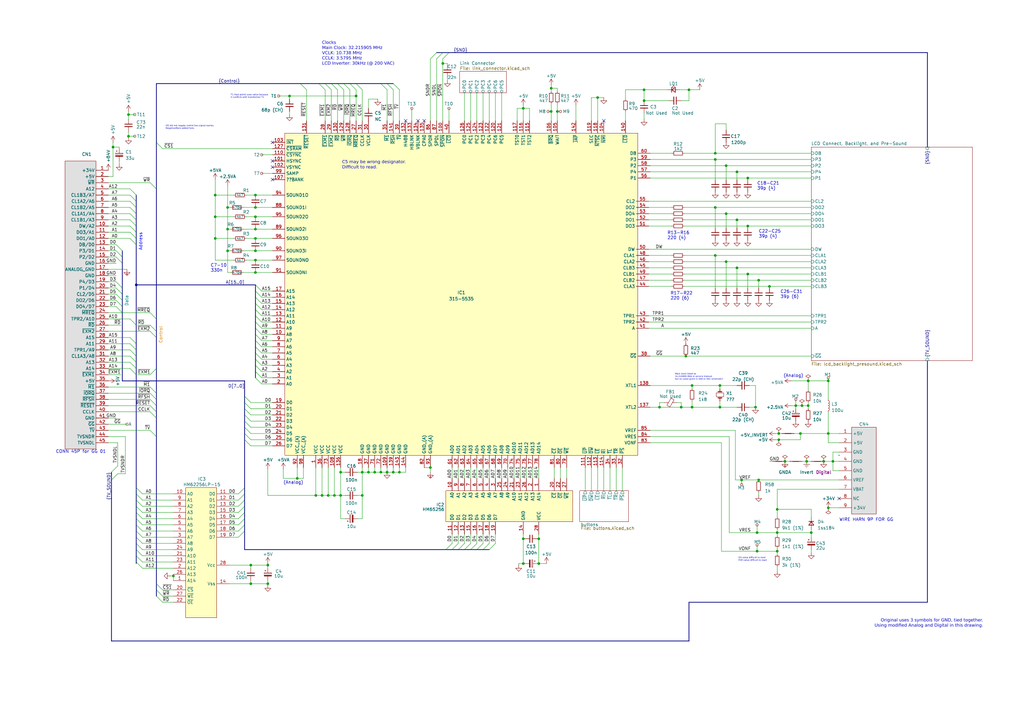
<source format=kicad_sch>
(kicad_sch (version 20231120) (generator "eeschema") (generator_version "8.0")
  (paper "A3")
  (title_block (title "VA1 Board - (Single ASIC)") (date "2023-02-14") (rev "1") (company "bald.ee/bitpreserve") (comment 1 "Drawn by James Lewis (@baldengineer)") (comment 2 "Modified by Allison Barfield for Microprocessor Museum"))
  (bus_alias "Control" (members "~{RESET}" "~{EXM1}" "~{EXM2}" "~{MREQ}" "~{RFSH}" "~{WR}" "~{RD}" "~{IORQ}" "~{M1}" "CCLK" "~{TV}" "~{CS1}"))
  (bus_alias "SND" (members "SNDR" "SNDL" "~{SPON}"))
  (bus_alias "TV_SOUND" (members "TVSNDL" "TVSNDR"))
  (junction (at 339.725 208.28))
  (junction (at 315.595 117.475))
  (junction (at 121.92 196.215))
  (junction (at 318.77 226.06))
  (junction (at 137.16 203.2))
  (junction (at 104.775 111.76))
  (junction (at 328.295 177.8))
  (junction (at 220.98 220.98))
  (junction (at 279.4 167.005))
  (junction (at 134.62 203.2))
  (junction (at 337.82 189.23))
  (junction (at 132.08 203.2))
  (junction (at 302.26 70.485))
  (junction (at 52.705 55.88))
  (junction (at 156.21 193.675))
  (junction (at 151.13 193.675))
  (junction (at 283.845 158.115))
  (junction (at 93.345 85.09))
  (junction (at 318.77 208.915))
  (junction (at 319.405 177.8))
  (junction (at 214.63 220.98))
  (junction (at 102.87 231.775))
  (junction (at 293.37 85.09))
  (junction (at 331.47 156.21))
  (junction (at 326.39 166.37))
  (junction (at 109.855 239.395))
  (junction (at 139.7 193.675))
  (junction (at 214.63 44.45))
  (junction (at 163.83 193.675))
  (junction (at 153.67 193.675))
  (junction (at 293.37 65.405))
  (junction (at 104.775 85.09))
  (junction (at 293.37 62.865))
  (junction (at 52.705 46.99))
  (junction (at 181.61 26.035))
  (junction (at 148.59 193.675))
  (junction (at 309.88 167.005))
  (junction (at 102.87 239.395))
  (junction (at 304.165 196.85))
  (junction (at 88.265 80.01))
  (junction (at 339.725 177.8))
  (junction (at 264.16 36.83))
  (junction (at 302.26 90.17))
  (junction (at 297.815 107.315))
  (junction (at 93.345 102.87))
  (junction (at 158.75 193.675))
  (junction (at 46.355 60.325))
  (junction (at 295.275 158.115))
  (junction (at 332.74 218.44))
  (junction (at 297.815 67.945))
  (junction (at 148.59 203.2))
  (junction (at 341.63 189.23))
  (junction (at 328.93 166.37))
  (junction (at 302.26 109.855))
  (junction (at 306.705 73.025))
  (junction (at 321.945 189.23))
  (junction (at 310.515 218.44))
  (junction (at 146.05 39.37))
  (junction (at 283.845 167.005))
  (junction (at 310.515 226.06))
  (junction (at 109.855 231.775))
  (junction (at 93.345 93.98))
  (junction (at 104.775 102.87))
  (junction (at 139.7 203.2))
  (junction (at 104.775 97.79))
  (junction (at 88.265 97.79))
  (junction (at 228.6 45.72))
  (junction (at 71.12 236.22))
  (junction (at 306.705 92.71))
  (junction (at 306.705 112.395))
  (junction (at 331.47 166.37))
  (junction (at 104.775 80.01))
  (junction (at 129.54 203.2))
  (junction (at 88.265 88.9))
  (junction (at 311.15 196.85))
  (junction (at 104.775 88.9))
  (junction (at 330.835 189.23))
  (junction (at 161.29 193.675))
  (junction (at 281.305 146.05))
  (junction (at 55.88 116.84))
  (junction (at 176.53 191.77))
  (junction (at 220.98 231.14))
  (junction (at 270.51 167.005))
  (junction (at 297.815 87.63))
  (junction (at 214.63 231.14))
  (junction (at 264.16 41.275))
  (junction (at 339.725 156.21))
  (junction (at 293.37 104.775))
  (junction (at 245.11 40.005))
  (junction (at 295.275 167.005))
  (junction (at 282.575 36.83))
  (junction (at 318.77 218.44))
  (junction (at 104.775 106.68))
  (junction (at 104.775 93.98))
  (junction (at 311.15 114.935))
  (junction (at 226.06 45.72))
  (junction (at 118.745 39.37))
  (junction (at 226.06 36.195))
  (junction (at 319.405 180.34))
  (no_connect (at 173.99 49.53))
  (no_connect (at 171.45 49.53))
  (no_connect (at 247.65 49.53))
  (no_connect (at 111.76 66.04))
  (no_connect (at 166.37 49.53))
  (no_connect (at 111.76 68.58))
  (no_connect (at 111.76 58.42))
  (no_connect (at 111.76 73.66))
  (no_connect (at 344.17 204.47))
  (bus_entry (at 47.625 125.73) (size 2.54 2.54))
  (bus_entry (at 53.34 140.97) (size 2.54 2.54))
  (bus_entry (at 97.79 212.725) (size 2.54 -2.54))
  (bus_entry (at 47.625 100.33) (size 2.54 2.54))
  (bus_entry (at 64.135 239.395) (size 2.54 2.54))
  (bus_entry (at 104.775 154.94) (size 2.54 2.54))
  (bus_entry (at 53.34 148.59) (size 2.54 2.54))
  (bus_entry (at 104.775 137.16) (size 2.54 2.54))
  (bus_entry (at 104.775 127) (size 2.54 2.54))
  (bus_entry (at 104.775 149.86) (size 2.54 2.54))
  (bus_entry (at 185.42 225.425) (size 2.54 -2.54))
  (bus_entry (at 97.79 217.805) (size 2.54 -2.54))
  (bus_entry (at 55.88 225.425) (size 2.54 2.54))
  (bus_entry (at 104.775 124.46) (size 2.54 2.54))
  (bus_entry (at 158.75 34.29) (size 2.54 2.54))
  (bus_entry (at 55.88 212.725) (size 2.54 2.54))
  (bus_entry (at 55.88 222.885) (size 2.54 2.54))
  (bus_entry (at 55.88 207.645) (size 2.54 2.54))
  (bus_entry (at 55.88 220.345) (size 2.54 2.54))
  (bus_entry (at 53.34 151.13) (size 2.54 2.54))
  (bus_entry (at 53.34 77.47) (size 2.54 2.54))
  (bus_entry (at 104.775 139.7) (size 2.54 2.54))
  (bus_entry (at 53.34 90.17) (size 2.54 2.54))
  (bus_entry (at 195.58 225.425) (size 2.54 -2.54))
  (bus_entry (at 53.34 143.51) (size 2.54 2.54))
  (bus_entry (at 100.33 167.64) (size 2.54 2.54))
  (bus_entry (at 61.595 166.37) (size 2.54 2.54))
  (bus_entry (at 53.34 130.81) (size 2.54 2.54))
  (bus_entry (at 64.135 244.475) (size 2.54 2.54))
  (bus_entry (at 198.12 225.425) (size 2.54 -2.54))
  (bus_entry (at 161.29 34.29) (size 2.54 2.54))
  (bus_entry (at 61.595 176.53) (size 2.54 2.54))
  (bus_entry (at 47.625 120.65) (size 2.54 2.54))
  (bus_entry (at 55.88 202.565) (size 2.54 2.54))
  (bus_entry (at 123.19 34.29) (size 2.54 2.54))
  (bus_entry (at 181.61 21.59) (size -2.54 2.54))
  (bus_entry (at 47.625 123.19) (size 2.54 2.54))
  (bus_entry (at 100.33 170.18) (size 2.54 2.54))
  (bus_entry (at 104.775 134.62) (size 2.54 2.54))
  (bus_entry (at 190.5 225.425) (size 2.54 -2.54))
  (bus_entry (at 55.88 210.185) (size 2.54 2.54))
  (bus_entry (at 104.775 129.54) (size 2.54 2.54))
  (bus_entry (at 53.34 92.71) (size 2.54 2.54))
  (bus_entry (at 53.34 82.55) (size 2.54 2.54))
  (bus_entry (at 61.595 74.93) (size 2.54 2.54))
  (bus_entry (at 64.135 58.42) (size 2.54 2.54))
  (bus_entry (at 61.595 135.89) (size 2.54 2.54))
  (bus_entry (at 64.135 241.935) (size 2.54 2.54))
  (bus_entry (at 61.595 153.67) (size 2.54 -2.54))
  (bus_entry (at 97.79 210.185) (size 2.54 -2.54))
  (bus_entry (at 104.775 116.84) (size 2.54 2.54))
  (bus_entry (at 53.34 85.09) (size 2.54 2.54))
  (bus_entry (at 100.33 180.34) (size 2.54 2.54))
  (bus_entry (at 104.775 132.08) (size 2.54 2.54))
  (bus_entry (at 61.595 133.35) (size 2.54 2.54))
  (bus_entry (at 104.775 147.32) (size 2.54 2.54))
  (bus_entry (at 156.21 34.29) (size 2.54 2.54))
  (bus_entry (at 61.595 168.91) (size 2.54 2.54))
  (bus_entry (at 184.15 21.59) (size -2.54 2.54))
  (bus_entry (at 97.79 205.105) (size 2.54 -2.54))
  (bus_entry (at 100.33 177.8) (size 2.54 2.54))
  (bus_entry (at 53.34 146.05) (size 2.54 2.54))
  (bus_entry (at 47.625 118.11) (size 2.54 2.54))
  (bus_entry (at 61.595 158.75) (size 2.54 2.54))
  (bus_entry (at 53.34 87.63) (size 2.54 2.54))
  (bus_entry (at 179.07 21.59) (size -2.54 2.54))
  (bus_entry (at 100.33 165.1) (size 2.54 2.54))
  (bus_entry (at 47.625 115.57) (size 2.54 2.54))
  (bus_entry (at 104.775 152.4) (size 2.54 2.54))
  (bus_entry (at 53.34 95.25) (size 2.54 2.54))
  (bus_entry (at 146.05 34.29) (size 2.54 2.54))
  (bus_entry (at 104.775 119.38) (size 2.54 2.54))
  (bus_entry (at 104.775 144.78) (size 2.54 2.54))
  (bus_entry (at 55.88 200.025) (size 2.54 2.54))
  (bus_entry (at 100.33 175.26) (size 2.54 2.54))
  (bus_entry (at 133.35 34.29) (size 2.54 2.54))
  (bus_entry (at 100.33 162.56) (size 2.54 2.54))
  (bus_entry (at 55.88 230.505) (size 2.54 2.54))
  (bus_entry (at 61.595 161.29) (size 2.54 2.54))
  (bus_entry (at 143.51 34.29) (size 2.54 2.54))
  (bus_entry (at 104.775 121.92) (size 2.54 2.54))
  (bus_entry (at 187.96 225.425) (size 2.54 -2.54))
  (bus_entry (at 104.775 142.24) (size 2.54 2.54))
  (bus_entry (at 200.66 225.425) (size 2.54 -2.54))
  (bus_entry (at 55.88 227.965) (size 2.54 2.54))
  (bus_entry (at 55.88 205.105) (size 2.54 2.54))
  (bus_entry (at 100.33 205.105) (size -2.54 2.54))
  (bus_entry (at 97.79 215.265) (size 2.54 -2.54))
  (bus_entry (at 53.34 80.01) (size 2.54 2.54))
  (bus_entry (at 97.79 220.345) (size 2.54 -2.54))
  (bus_entry (at 140.97 34.29) (size 2.54 2.54))
  (bus_entry (at 55.88 217.805) (size 2.54 2.54))
  (bus_entry (at 47.625 105.41) (size 2.54 2.54))
  (bus_entry (at 100.33 172.72) (size 2.54 2.54))
  (bus_entry (at 55.88 215.265) (size 2.54 2.54))
  (bus_entry (at 182.88 225.425) (size 2.54 -2.54))
  (bus_entry (at 97.79 202.565) (size 2.54 -2.54))
  (bus_entry (at 47.625 102.87) (size 2.54 2.54))
  (bus_entry (at 138.43 34.29) (size 2.54 2.54))
  (bus_entry (at 130.81 34.29) (size 2.54 2.54))
  (bus_entry (at 48.26 194.31) (size -2.54 2.54))
  (bus_entry (at 61.595 128.27) (size 2.54 2.54))
  (bus_entry (at 61.595 163.83) (size 2.54 2.54))
  (bus_entry (at 193.04 225.425) (size 2.54 -2.54))
  (bus_entry (at 135.89 34.29) (size 2.54 2.54))
  (bus_entry (at 48.26 191.135) (size -2.54 2.54))
  (bus_entry (at 53.34 97.79) (size 2.54 2.54))
  (bus_entry (at 53.34 138.43) (size 2.54 2.54))
  (bus (pts (xy 104.775 147.32) (xy 104.775 144.78)))
  (bus (pts (xy 55.88 220.345) (xy 55.88 222.885)))
  (bus (pts (xy 64.135 77.47) (xy 64.135 130.81)))
  (wire (pts (xy 156.21 193.675) (xy 158.75 193.675)))
  (wire (pts (xy 318.77 200.66) (xy 318.77 208.915)))
  (wire (pts (xy 295.275 158.115) (xy 295.275 159.385)))
  (wire (pts (xy 52.705 46.99) (xy 52.705 48.895)))
  (wire (pts (xy 137.16 191.77) (xy 137.16 203.2)))
  (wire (pts (xy 306.705 73.025) (xy 332.74 73.025)))
  (wire (pts (xy 93.345 93.98) (xy 93.345 102.87)))
  (wire (pts (xy 247.65 191.77) (xy 247.65 201.295)))
  (wire (pts (xy 280.67 114.935) (xy 311.15 114.935)))
  (wire (pts (xy 58.42 205.105) (xy 71.12 205.105)))
  (wire (pts (xy 212.09 44.45) (xy 212.09 49.53)))
  (wire (pts (xy 104.775 85.09) (xy 111.76 85.09)))
  (wire (pts (xy 339.725 208.28) (xy 344.17 208.28)))
  (bus (pts (xy 55.88 140.97) (xy 55.88 143.51)))
  (wire (pts (xy 44.45 173.99) (xy 52.07 173.99)))
  (wire (pts (xy 266.7 146.05) (xy 281.305 146.05)))
  (wire (pts (xy 218.44 191.77) (xy 218.44 196.215)))
  (wire (pts (xy 331.47 166.37) (xy 331.47 167.64)))
  (wire (pts (xy 52.705 45.72) (xy 52.705 46.99)))
  (wire (pts (xy 93.345 93.98) (xy 94.615 93.98)))
  (wire (pts (xy 158.75 193.675) (xy 161.29 193.675)))
  (wire (pts (xy 46.355 60.325) (xy 46.355 72.39)))
  (wire (pts (xy 228.6 45.72) (xy 229.87 45.72)))
  (wire (pts (xy 139.7 212.725) (xy 139.7 203.2)))
  (wire (pts (xy 44.45 77.47) (xy 53.34 77.47)))
  (wire (pts (xy 88.265 97.79) (xy 88.265 88.9)))
  (wire (pts (xy 44.45 138.43) (xy 53.34 138.43)))
  (wire (pts (xy 102.87 180.34) (xy 111.76 180.34)))
  (bus (pts (xy 50.165 118.11) (xy 50.165 120.65)))
  (wire (pts (xy 181.61 24.13) (xy 181.61 26.035)))
  (wire (pts (xy 46.355 58.42) (xy 46.355 60.325)))
  (wire (pts (xy 146.685 212.725) (xy 148.59 212.725)))
  (wire (pts (xy 266.7 167.005) (xy 270.51 167.005)))
  (wire (pts (xy 44.45 80.01) (xy 53.34 80.01)))
  (wire (pts (xy 109.855 231.775) (xy 109.855 231.14)))
  (wire (pts (xy 318.135 177.8) (xy 319.405 177.8)))
  (wire (pts (xy 107.315 149.86) (xy 111.76 149.86)))
  (wire (pts (xy 139.7 191.77) (xy 139.7 193.675)))
  (wire (pts (xy 161.29 36.83) (xy 161.29 49.53)))
  (wire (pts (xy 266.065 102.235) (xy 332.74 102.235)))
  (wire (pts (xy 107.315 71.12) (xy 111.76 71.12)))
  (wire (pts (xy 328.93 189.23) (xy 330.835 189.23)))
  (bus (pts (xy 55.88 146.05) (xy 55.88 148.59)))
  (wire (pts (xy 304.165 196.85) (xy 311.15 196.85)))
  (wire (pts (xy 341.63 189.23) (xy 341.63 185.42)))
  (wire (pts (xy 151.13 44.45) (xy 151.13 40.64)))
  (bus (pts (xy 55.88 92.71) (xy 55.88 95.25)))
  (wire (pts (xy 326.39 166.37) (xy 328.93 166.37)))
  (bus (pts (xy 64.135 135.89) (xy 64.135 138.43)))
  (wire (pts (xy 139.7 203.2) (xy 141.605 203.2)))
  (wire (pts (xy 266.065 112.395) (xy 275.59 112.395)))
  (bus (pts (xy 55.88 215.265) (xy 55.88 217.805)))
  (wire (pts (xy 104.775 102.87) (xy 111.76 102.87)))
  (wire (pts (xy 44.45 120.65) (xy 47.625 120.65)))
  (bus (pts (xy 100.33 225.425) (xy 182.88 225.425)))
  (wire (pts (xy 344.17 177.8) (xy 339.725 177.8)))
  (wire (pts (xy 44.45 82.55) (xy 53.34 82.55)))
  (wire (pts (xy 148.59 212.725) (xy 148.59 203.2)))
  (wire (pts (xy 220.98 231.14) (xy 224.155 231.14)))
  (wire (pts (xy 266.065 104.775) (xy 275.59 104.775)))
  (wire (pts (xy 44.45 72.39) (xy 46.355 72.39)))
  (bus (pts (xy 55.88 212.725) (xy 55.88 215.265)))
  (wire (pts (xy 93.98 239.395) (xy 102.87 239.395)))
  (wire (pts (xy 100.965 88.9) (xy 104.775 88.9)))
  (wire (pts (xy 297.815 87.63) (xy 332.74 87.63)))
  (wire (pts (xy 266.065 109.855) (xy 275.59 109.855)))
  (wire (pts (xy 179.07 24.13) (xy 179.07 49.53)))
  (wire (pts (xy 295.275 167.005) (xy 302.26 167.005)))
  (bus (pts (xy 55.88 80.01) (xy 55.88 82.55)))
  (wire (pts (xy 107.315 147.32) (xy 111.76 147.32)))
  (wire (pts (xy 183.515 31.75) (xy 183.515 33.02)))
  (wire (pts (xy 344.17 181.61) (xy 339.725 181.61)))
  (bus (pts (xy 64.135 151.13) (xy 64.135 161.29)))
  (wire (pts (xy 331.47 165.1) (xy 331.47 166.37)))
  (wire (pts (xy 279.4 167.005) (xy 283.845 167.005)))
  (bus (pts (xy 55.88 227.965) (xy 55.88 230.505)))
  (wire (pts (xy 226.06 36.195) (xy 226.06 37.465)))
  (bus (pts (xy 179.07 21.59) (xy 181.61 21.59)))
  (wire (pts (xy 242.57 49.53) (xy 242.57 40.005)))
  (wire (pts (xy 69.85 236.22) (xy 71.12 236.22)))
  (bus (pts (xy 55.88 133.35) (xy 55.88 140.97)))
  (wire (pts (xy 58.42 207.645) (xy 71.12 207.645)))
  (wire (pts (xy 311.15 201.93) (xy 311.15 203.2)))
  (wire (pts (xy 58.42 227.965) (xy 71.12 227.965)))
  (wire (pts (xy 236.22 43.18) (xy 236.22 49.53)))
  (bus (pts (xy 104.775 132.08) (xy 104.775 129.54)))
  (wire (pts (xy 93.98 215.265) (xy 97.79 215.265)))
  (wire (pts (xy 332.74 225.425) (xy 332.74 226.695)))
  (wire (pts (xy 311.15 114.935) (xy 332.74 114.935)))
  (wire (pts (xy 58.42 233.045) (xy 71.12 233.045)))
  (wire (pts (xy 203.2 38.1) (xy 203.2 49.53)))
  (wire (pts (xy 307.34 158.115) (xy 309.88 158.115)))
  (bus (pts (xy 100.33 210.185) (xy 100.33 212.725)))
  (wire (pts (xy 266.065 92.71) (xy 275.59 92.71)))
  (wire (pts (xy 93.345 85.09) (xy 94.615 85.09)))
  (wire (pts (xy 58.42 212.725) (xy 71.12 212.725)))
  (wire (pts (xy 88.265 80.01) (xy 88.265 73.66)))
  (wire (pts (xy 293.37 85.09) (xy 332.74 85.09)))
  (bus (pts (xy 104.775 139.7) (xy 104.775 137.16)))
  (bus (pts (xy 64.135 130.81) (xy 64.135 135.89)))
  (wire (pts (xy 331.47 156.21) (xy 331.47 160.02)))
  (wire (pts (xy 297.815 50.8) (xy 297.815 53.34)))
  (bus (pts (xy 50.165 102.87) (xy 50.165 105.41)))
  (wire (pts (xy 266.7 73.025) (xy 306.705 73.025)))
  (wire (pts (xy 341.63 193.04) (xy 344.17 193.04)))
  (bus (pts (xy 50.165 156.21) (xy 100.33 156.21)))
  (wire (pts (xy 44.45 146.05) (xy 53.34 146.05)))
  (bus (pts (xy 104.775 149.86) (xy 104.775 147.32)))
  (wire (pts (xy 107.315 144.78) (xy 111.76 144.78)))
  (wire (pts (xy 104.775 106.68) (xy 111.76 106.68)))
  (wire (pts (xy 278.765 36.83) (xy 282.575 36.83)))
  (wire (pts (xy 200.66 191.77) (xy 200.66 196.215)))
  (wire (pts (xy 214.63 220.98) (xy 214.63 231.14)))
  (wire (pts (xy 210.82 191.77) (xy 210.82 196.215)))
  (bus (pts (xy 64.135 166.37) (xy 64.135 168.91)))
  (wire (pts (xy 266.065 107.315) (xy 275.59 107.315)))
  (wire (pts (xy 214.63 219.075) (xy 214.63 220.98)))
  (wire (pts (xy 310.515 226.06) (xy 318.77 226.06)))
  (wire (pts (xy 100.965 106.68) (xy 104.775 106.68)))
  (wire (pts (xy 226.06 34.925) (xy 226.06 36.195)))
  (wire (pts (xy 148.59 193.675) (xy 148.59 203.2)))
  (bus (pts (xy 100.33 175.26) (xy 100.33 172.72)))
  (bus (pts (xy 104.775 144.78) (xy 104.775 142.24)))
  (wire (pts (xy 141.605 212.725) (xy 139.7 212.725)))
  (wire (pts (xy 46.355 60.325) (xy 48.895 60.325)))
  (wire (pts (xy 306.705 112.395) (xy 306.705 118.11)))
  (wire (pts (xy 297.815 107.315) (xy 332.74 107.315)))
  (wire (pts (xy 301.625 196.85) (xy 304.165 196.85)))
  (wire (pts (xy 297.815 67.945) (xy 297.815 73.66)))
  (bus (pts (xy 55.88 200.025) (xy 55.88 202.565)))
  (wire (pts (xy 195.58 38.1) (xy 195.58 49.53)))
  (wire (pts (xy 93.98 202.565) (xy 97.79 202.565)))
  (wire (pts (xy 228.6 37.465) (xy 228.6 36.195)))
  (wire (pts (xy 139.7 193.675) (xy 139.7 203.2)))
  (bus (pts (xy 140.97 34.29) (xy 143.51 34.29)))
  (wire (pts (xy 282.575 36.83) (xy 287.02 36.83)))
  (bus (pts (xy 182.88 225.425) (xy 185.42 225.425)))
  (wire (pts (xy 302.26 70.485) (xy 302.26 73.66)))
  (wire (pts (xy 139.7 203.2) (xy 137.16 203.2)))
  (wire (pts (xy 44.45 153.67) (xy 49.53 153.67)))
  (wire (pts (xy 156.21 191.77) (xy 156.21 193.675)))
  (wire (pts (xy 134.62 191.77) (xy 134.62 203.2)))
  (wire (pts (xy 280.67 109.855) (xy 302.26 109.855)))
  (wire (pts (xy 58.42 215.265) (xy 71.12 215.265)))
  (wire (pts (xy 148.59 36.83) (xy 148.59 49.53)))
  (wire (pts (xy 229.87 191.77) (xy 229.87 196.215)))
  (wire (pts (xy 93.98 210.185) (xy 97.79 210.185)))
  (bus (pts (xy 104.775 154.94) (xy 104.775 152.4)))
  (wire (pts (xy 306.705 92.71) (xy 332.74 92.71)))
  (wire (pts (xy 44.45 130.81) (xy 53.34 130.81)))
  (wire (pts (xy 93.98 207.645) (xy 97.79 207.645)))
  (wire (pts (xy 242.57 191.77) (xy 242.57 201.295)))
  (wire (pts (xy 245.11 191.77) (xy 245.11 201.295)))
  (wire (pts (xy 99.695 93.98) (xy 104.775 93.98)))
  (wire (pts (xy 339.725 163.83) (xy 339.725 156.21)))
  (wire (pts (xy 256.54 36.83) (xy 256.54 40.64)))
  (wire (pts (xy 148.59 203.2) (xy 146.685 203.2)))
  (wire (pts (xy 44.45 102.87) (xy 47.625 102.87)))
  (wire (pts (xy 214.63 44.45) (xy 217.17 44.45)))
  (wire (pts (xy 245.11 40.005) (xy 247.65 40.005)))
  (wire (pts (xy 138.43 36.83) (xy 138.43 49.53)))
  (wire (pts (xy 118.745 39.37) (xy 146.05 39.37)))
  (wire (pts (xy 213.36 191.77) (xy 213.36 196.215)))
  (wire (pts (xy 107.315 132.08) (xy 111.76 132.08)))
  (wire (pts (xy 88.265 88.9) (xy 88.265 80.01)))
  (bus (pts (xy 184.15 21.59) (xy 380.365 21.59)))
  (wire (pts (xy 44.45 161.29) (xy 61.595 161.29)))
  (wire (pts (xy 93.345 111.76) (xy 94.615 111.76)))
  (wire (pts (xy 181.61 26.035) (xy 181.61 49.53)))
  (wire (pts (xy 195.58 219.075) (xy 195.58 222.885)))
  (wire (pts (xy 93.98 220.345) (xy 97.79 220.345)))
  (bus (pts (xy 143.51 34.29) (xy 146.05 34.29)))
  (wire (pts (xy 99.695 111.76) (xy 104.775 111.76)))
  (bus (pts (xy 104.775 119.38) (xy 104.775 116.84)))
  (wire (pts (xy 44.45 90.17) (xy 53.34 90.17)))
  (wire (pts (xy 107.315 139.7) (xy 111.76 139.7)))
  (wire (pts (xy 332.74 218.44) (xy 332.74 220.345)))
  (wire (pts (xy 315.595 117.475) (xy 332.74 117.475)))
  (wire (pts (xy 190.5 191.77) (xy 190.5 196.215)))
  (wire (pts (xy 56.515 133.35) (xy 61.595 133.35)))
  (wire (pts (xy 153.67 193.675) (xy 156.21 193.675)))
  (wire (pts (xy 161.29 193.675) (xy 163.83 193.675)))
  (bus (pts (xy 146.05 34.29) (xy 156.21 34.29)))
  (wire (pts (xy 133.35 36.83) (xy 133.35 49.53)))
  (wire (pts (xy 104.775 97.79) (xy 111.76 97.79)))
  (wire (pts (xy 190.5 219.075) (xy 190.5 222.885)))
  (wire (pts (xy 270.51 165.1) (xy 270.51 167.005)))
  (wire (pts (xy 319.405 180.34) (xy 328.295 180.34)))
  (wire (pts (xy 184.15 44.45) (xy 184.15 49.53)))
  (wire (pts (xy 44.45 151.13) (xy 53.34 151.13)))
  (wire (pts (xy 93.98 217.805) (xy 97.79 217.805)))
  (wire (pts (xy 220.98 191.77) (xy 220.98 196.215)))
  (wire (pts (xy 293.37 62.865) (xy 332.74 62.865)))
  (wire (pts (xy 293.37 62.865) (xy 293.37 50.8)))
  (wire (pts (xy 304.165 196.85) (xy 304.165 198.755)))
  (wire (pts (xy 266.065 90.17) (xy 275.59 90.17)))
  (wire (pts (xy 266.7 181.61) (xy 295.91 181.61)))
  (wire (pts (xy 107.315 119.38) (xy 111.76 119.38)))
  (wire (pts (xy 66.675 244.475) (xy 71.12 244.475)))
  (wire (pts (xy 146.685 193.675) (xy 148.59 193.675)))
  (wire (pts (xy 264.16 36.83) (xy 273.685 36.83)))
  (wire (pts (xy 93.98 231.775) (xy 102.87 231.775)))
  (wire (pts (xy 326.39 166.37) (xy 326.39 167.64)))
  (wire (pts (xy 132.08 203.2) (xy 129.54 203.2)))
  (bus (pts (xy 100.33 215.265) (xy 100.33 217.805)))
  (wire (pts (xy 93.345 76.2) (xy 93.345 85.09)))
  (wire (pts (xy 250.19 191.77) (xy 250.19 201.295)))
  (wire (pts (xy 121.92 191.77) (xy 121.92 196.215)))
  (wire (pts (xy 44.45 148.59) (xy 53.34 148.59)))
  (wire (pts (xy 198.12 38.1) (xy 198.12 49.53)))
  (wire (pts (xy 44.45 176.53) (xy 61.595 176.53)))
  (wire (pts (xy 324.485 166.37) (xy 326.39 166.37)))
  (wire (pts (xy 283.845 164.465) (xy 283.845 167.005)))
  (wire (pts (xy 44.45 113.03) (xy 47.625 113.03)))
  (wire (pts (xy 44.45 105.41) (xy 47.625 105.41)))
  (wire (pts (xy 266.7 158.115) (xy 283.845 158.115)))
  (wire (pts (xy 44.45 118.11) (xy 47.625 118.11)))
  (wire (pts (xy 100.965 97.79) (xy 104.775 97.79)))
  (wire (pts (xy 88.265 88.9) (xy 95.885 88.9)))
  (wire (pts (xy 280.67 85.09) (xy 293.37 85.09)))
  (wire (pts (xy 140.97 36.83) (xy 140.97 49.53)))
  (wire (pts (xy 193.04 191.77) (xy 193.04 196.215)))
  (wire (pts (xy 48.895 60.96) (xy 48.895 60.325)))
  (wire (pts (xy 102.87 231.775) (xy 109.855 231.775)))
  (bus (pts (xy 100.33 172.72) (xy 100.33 170.18)))
  (wire (pts (xy 102.87 231.775) (xy 102.87 233.045)))
  (wire (pts (xy 293.37 65.405) (xy 293.37 73.66)))
  (bus (pts (xy 100.33 170.18) (xy 100.33 167.64)))
  (wire (pts (xy 295.275 164.465) (xy 295.275 167.005)))
  (wire (pts (xy 266.7 176.53) (xy 301.625 176.53)))
  (wire (pts (xy 44.45 163.83) (xy 61.595 163.83)))
  (bus (pts (xy 100.33 162.56) (xy 100.33 165.1)))
  (wire (pts (xy 295.275 158.115) (xy 302.26 158.115)))
  (wire (pts (xy 176.53 24.13) (xy 176.53 49.53)))
  (bus (pts (xy 50.165 107.95) (xy 50.165 118.11)))
  (wire (pts (xy 255.27 191.77) (xy 255.27 201.295)))
  (wire (pts (xy 44.45 171.45) (xy 47.625 171.45)))
  (wire (pts (xy 185.42 219.075) (xy 185.42 222.885)))
  (bus (pts (xy 282.575 247.015) (xy 380.365 247.015)))
  (bus (pts (xy 55.88 230.505) (xy 55.88 231.14)))
  (wire (pts (xy 325.755 177.8) (xy 328.295 177.8)))
  (wire (pts (xy 227.33 191.77) (xy 227.33 196.215)))
  (wire (pts (xy 318.77 218.44) (xy 332.74 218.44)))
  (bus (pts (xy 100.33 180.34) (xy 100.33 200.025)))
  (bus (pts (xy 104.775 134.62) (xy 104.775 132.08)))
  (wire (pts (xy 50.165 128.27) (xy 61.595 128.27)))
  (wire (pts (xy 214.63 44.45) (xy 212.09 44.45)))
  (bus (pts (xy 380.365 147.955) (xy 380.365 247.015)))
  (wire (pts (xy 198.12 191.77) (xy 198.12 196.215)))
  (wire (pts (xy 116.205 192.405) (xy 116.205 196.215)))
  (wire (pts (xy 129.54 191.77) (xy 129.54 203.2)))
  (bus (pts (xy 55.88 97.79) (xy 55.88 100.33)))
  (wire (pts (xy 318.77 218.44) (xy 318.77 219.71)))
  (wire (pts (xy 318.77 232.41) (xy 318.77 234.315)))
  (wire (pts (xy 107.315 142.24) (xy 111.76 142.24)))
  (wire (pts (xy 323.85 189.23) (xy 321.945 189.23)))
  (wire (pts (xy 104.775 80.01) (xy 111.76 80.01)))
  (wire (pts (xy 107.315 127) (xy 111.76 127)))
  (bus (pts (xy 100.33 180.34) (xy 100.33 177.8)))
  (wire (pts (xy 44.45 168.91) (xy 61.595 168.91)))
  (wire (pts (xy 266.7 67.945) (xy 297.815 67.945)))
  (wire (pts (xy 224.79 45.72) (xy 226.06 45.72)))
  (wire (pts (xy 44.45 100.33) (xy 47.625 100.33)))
  (wire (pts (xy 272.415 165.1) (xy 270.51 165.1)))
  (wire (pts (xy 66.675 247.015) (xy 71.12 247.015)))
  (wire (pts (xy 266.7 62.865) (xy 275.59 62.865)))
  (bus (pts (xy 193.04 225.425) (xy 195.58 225.425)))
  (wire (pts (xy 148.59 191.77) (xy 148.59 193.675)))
  (bus (pts (xy 64.135 239.395) (xy 64.135 241.935)))
  (wire (pts (xy 280.67 90.17) (xy 302.26 90.17)))
  (wire (pts (xy 293.37 85.09) (xy 293.37 93.345)))
  (wire (pts (xy 330.835 189.23) (xy 332.74 189.23)))
  (wire (pts (xy 266.065 132.08) (xy 332.74 132.08)))
  (wire (pts (xy 44.45 135.89) (xy 61.595 135.89)))
  (wire (pts (xy 102.87 170.18) (xy 111.76 170.18)))
  (wire (pts (xy 109.855 231.775) (xy 109.855 233.045)))
  (wire (pts (xy 341.63 193.04) (xy 341.63 189.23)))
  (wire (pts (xy 293.37 104.775) (xy 332.74 104.775)))
  (bus (pts (xy 104.775 137.16) (xy 104.775 134.62)))
  (wire (pts (xy 44.45 143.51) (xy 53.34 143.51)))
  (wire (pts (xy 158.75 36.83) (xy 158.75 49.53)))
  (wire (pts (xy 324.485 156.21) (xy 331.47 156.21)))
  (wire (pts (xy 266.7 179.07) (xy 299.085 179.07)))
  (wire (pts (xy 240.03 191.77) (xy 240.03 201.295)))
  (wire (pts (xy 44.45 95.25) (xy 53.34 95.25)))
  (wire (pts (xy 242.57 40.005) (xy 245.11 40.005)))
  (bus (pts (xy 55.88 90.17) (xy 55.88 92.71)))
  (wire (pts (xy 214.63 220.98) (xy 215.265 220.98)))
  (wire (pts (xy 66.675 241.935) (xy 71.12 241.935)))
  (bus (pts (xy 104.775 152.4) (xy 104.775 149.86)))
  (wire (pts (xy 151.13 191.77) (xy 151.13 193.675)))
  (wire (pts (xy 52.705 55.88) (xy 55.245 55.88)))
  (wire (pts (xy 301.625 176.53) (xy 301.625 196.85)))
  (wire (pts (xy 58.42 217.805) (xy 71.12 217.805)))
  (bus (pts (xy 55.88 116.84) (xy 55.88 133.35)))
  (bus (pts (xy 380.365 21.59) (xy 380.365 60.325)))
  (wire (pts (xy 183.515 26.67) (xy 183.515 26.035)))
  (bus (pts (xy 130.81 34.29) (xy 133.35 34.29)))
  (wire (pts (xy 283.845 158.115) (xy 283.845 159.385)))
  (wire (pts (xy 109.855 192.405) (xy 109.855 203.2)))
  (wire (pts (xy 256.54 36.83) (xy 264.16 36.83)))
  (wire (pts (xy 93.345 85.09) (xy 93.345 93.98)))
  (wire (pts (xy 44.45 125.73) (xy 47.625 125.73)))
  (wire (pts (xy 146.05 36.83) (xy 146.05 39.37)))
  (wire (pts (xy 332.74 212.09) (xy 332.74 208.915)))
  (wire (pts (xy 44.45 97.79) (xy 53.34 97.79)))
  (wire (pts (xy 173.99 191.77) (xy 176.53 191.77)))
  (wire (pts (xy 107.315 121.92) (xy 111.76 121.92)))
  (bus (pts (xy 64.135 34.29) (xy 123.19 34.29)))
  (wire (pts (xy 302.26 90.17) (xy 302.26 93.345)))
  (wire (pts (xy 341.63 189.23) (xy 344.17 189.23)))
  (wire (pts (xy 44.45 140.97) (xy 53.34 140.97)))
  (wire (pts (xy 121.92 196.215) (xy 116.205 196.215)))
  (bus (pts (xy 64.135 58.42) (xy 64.135 77.47)))
  (wire (pts (xy 332.74 218.44) (xy 332.74 217.17)))
  (wire (pts (xy 302.26 109.855) (xy 302.26 118.11)))
  (wire (pts (xy 124.46 196.215) (xy 121.92 196.215)))
  (wire (pts (xy 297.815 87.63) (xy 297.815 93.345)))
  (bus (pts (xy 282.575 247.015) (xy 282.575 262.89)))
  (bus (pts (xy 190.5 225.425) (xy 193.04 225.425)))
  (wire (pts (xy 44.45 92.71) (xy 53.34 92.71)))
  (wire (pts (xy 107.315 152.4) (xy 111.76 152.4)))
  (wire (pts (xy 88.265 106.68) (xy 95.885 106.68)))
  (wire (pts (xy 146.05 39.37) (xy 146.05 49.53)))
  (wire (pts (xy 71.12 236.22) (xy 71.12 238.125)))
  (wire (pts (xy 310.515 218.44) (xy 318.77 218.44)))
  (wire (pts (xy 44.45 166.37) (xy 61.595 166.37)))
  (wire (pts (xy 318.77 226.06) (xy 318.77 227.33)))
  (wire (pts (xy 318.77 208.915) (xy 318.77 212.09)))
  (wire (pts (xy 297.815 107.315) (xy 297.815 118.11)))
  (bus (pts (xy 198.12 225.425) (xy 200.66 225.425)))
  (wire (pts (xy 205.74 191.77) (xy 205.74 196.215)))
  (wire (pts (xy 118.745 39.37) (xy 118.745 40.64)))
  (bus (pts (xy 104.775 142.24) (xy 104.775 139.7)))
  (bus (pts (xy 55.88 82.55) (xy 55.88 85.09)))
  (wire (pts (xy 306.705 93.345) (xy 306.705 92.71)))
  (wire (pts (xy 220.98 220.98) (xy 220.98 231.14)))
  (wire (pts (xy 187.96 191.77) (xy 187.96 196.215)))
  (wire (pts (xy 104.775 111.76) (xy 111.76 111.76)))
  (wire (pts (xy 163.83 191.77) (xy 163.83 193.675)))
  (bus (pts (xy 55.88 222.885) (xy 55.88 225.425)))
  (wire (pts (xy 309.88 158.115) (xy 309.88 167.005)))
  (bus (pts (xy 55.88 153.67) (xy 55.88 200.025)))
  (wire (pts (xy 266.065 117.475) (xy 275.59 117.475)))
  (wire (pts (xy 104.775 93.98) (xy 111.76 93.98)))
  (wire (pts (xy 102.87 177.8) (xy 111.76 177.8)))
  (bus (pts (xy 64.135 168.91) (xy 64.135 171.45)))
  (wire (pts (xy 195.58 191.77) (xy 195.58 196.215)))
  (wire (pts (xy 153.67 191.77) (xy 153.67 193.675)))
  (bus (pts (xy 133.35 34.29) (xy 135.89 34.29)))
  (wire (pts (xy 93.345 102.87) (xy 93.345 111.76)))
  (wire (pts (xy 114.3 39.37) (xy 118.745 39.37)))
  (wire (pts (xy 266.7 65.405) (xy 293.37 65.405)))
  (bus (pts (xy 55.88 85.09) (xy 55.88 87.63)))
  (wire (pts (xy 134.62 203.2) (xy 137.16 203.2)))
  (bus (pts (xy 55.88 202.565) (xy 55.88 205.105)))
  (wire (pts (xy 58.42 210.185) (xy 71.12 210.185)))
  (wire (pts (xy 220.345 220.98) (xy 220.98 220.98)))
  (wire (pts (xy 266.065 82.55) (xy 332.74 82.55)))
  (wire (pts (xy 293.37 104.775) (xy 293.37 118.11)))
  (wire (pts (xy 107.315 154.94) (xy 111.76 154.94)))
  (wire (pts (xy 143.51 36.83) (xy 143.51 49.53)))
  (bus (pts (xy 64.135 161.29) (xy 64.135 163.83)))
  (wire (pts (xy 102.87 172.72) (xy 111.76 172.72)))
  (wire (pts (xy 339.725 181.61) (xy 339.725 177.8)))
  (wire (pts (xy 44.45 115.57) (xy 47.625 115.57)))
  (wire (pts (xy 315.595 118.11) (xy 315.595 117.475)))
  (wire (pts (xy 306.705 112.395) (xy 332.74 112.395)))
  (wire (pts (xy 318.135 180.34) (xy 319.405 180.34)))
  (wire (pts (xy 52.705 55.88) (xy 52.705 56.515)))
  (wire (pts (xy 293.37 50.8) (xy 297.815 50.8)))
  (wire (pts (xy 44.45 110.49) (xy 52.07 110.49)))
  (wire (pts (xy 283.845 167.005) (xy 295.275 167.005)))
  (wire (pts (xy 337.82 189.23) (xy 341.63 189.23)))
  (bus (pts (xy 100.33 212.725) (xy 100.33 215.265)))
  (wire (pts (xy 88.265 80.01) (xy 95.885 80.01)))
  (bus (pts (xy 123.19 34.29) (xy 130.81 34.29)))
  (wire (pts (xy 107.315 137.16) (xy 111.76 137.16)))
  (wire (pts (xy 232.41 191.77) (xy 232.41 196.215)))
  (bus (pts (xy 185.42 225.425) (xy 187.96 225.425)))
  (wire (pts (xy 58.42 225.425) (xy 71.12 225.425)))
  (wire (pts (xy 203.2 191.77) (xy 203.2 196.215)))
  (wire (pts (xy 264.16 36.83) (xy 264.16 41.275)))
  (wire (pts (xy 220.98 231.14) (xy 220.345 231.14)))
  (wire (pts (xy 328.295 180.34) (xy 328.295 177.8)))
  (wire (pts (xy 200.66 219.075) (xy 200.66 222.885)))
  (wire (pts (xy 332.74 208.915) (xy 318.77 208.915)))
  (wire (pts (xy 270.51 167.005) (xy 279.4 167.005)))
  (wire (pts (xy 295.91 226.06) (xy 310.515 226.06)))
  (wire (pts (xy 228.6 42.545) (xy 228.6 45.72)))
  (wire (pts (xy 311.15 114.935) (xy 311.15 118.11)))
  (wire (pts (xy 266.065 87.63) (xy 275.59 87.63)))
  (wire (pts (xy 228.6 45.72) (xy 228.6 49.53)))
  (wire (pts (xy 200.66 38.1) (xy 200.66 49.53)))
  (wire (pts (xy 99.695 102.87) (xy 104.775 102.87)))
  (wire (pts (xy 193.04 219.075) (xy 193.04 222.885)))
  (wire (pts (xy 302.26 109.855) (xy 332.74 109.855)))
  (wire (pts (xy 52.705 53.975) (xy 52.705 55.88)))
  (wire (pts (xy 318.77 224.79) (xy 318.77 226.06)))
  (wire (pts (xy 139.7 193.675) (xy 141.605 193.675)))
  (bus (pts (xy 45.72 262.89) (xy 282.575 262.89)))
  (wire (pts (xy 132.08 203.2) (xy 134.62 203.2)))
  (bus (pts (xy 64.135 163.83) (xy 64.135 166.37)))
  (wire (pts (xy 129.54 203.2) (xy 109.855 203.2)))
  (wire (pts (xy 148.59 193.675) (xy 151.13 193.675)))
  (bus (pts (xy 100.33 205.105) (xy 100.33 207.645)))
  (wire (pts (xy 107.315 134.62) (xy 111.76 134.62)))
  (wire (pts (xy 107.315 157.48) (xy 111.76 157.48)))
  (bus (pts (xy 55.88 87.63) (xy 55.88 90.17)))
  (bus (pts (xy 104.775 127) (xy 104.775 124.46)))
  (wire (pts (xy 118.745 45.72) (xy 118.745 46.99)))
  (wire (pts (xy 280.67 92.71) (xy 306.705 92.71)))
  (bus (pts (xy 187.96 225.425) (xy 190.5 225.425)))
  (wire (pts (xy 214.63 231.14) (xy 215.265 231.14)))
  (wire (pts (xy 318.77 217.17) (xy 318.77 218.44)))
  (wire (pts (xy 58.42 202.565) (xy 71.12 202.565)))
  (bus (pts (xy 100.33 202.565) (xy 100.33 205.105)))
  (bus (pts (xy 64.135 241.935) (xy 64.135 244.475)))
  (bus (pts (xy 50.165 123.19) (xy 50.165 125.73)))
  (wire (pts (xy 132.08 191.77) (xy 132.08 203.2)))
  (wire (pts (xy 44.45 179.07) (xy 51.435 179.07)))
  (wire (pts (xy 326.39 163.83) (xy 326.39 166.37)))
  (wire (pts (xy 280.67 112.395) (xy 306.705 112.395)))
  (wire (pts (xy 252.73 191.77) (xy 252.73 201.295)))
  (wire (pts (xy 44.45 85.09) (xy 53.34 85.09)))
  (wire (pts (xy 107.315 63.5) (xy 111.76 63.5)))
  (wire (pts (xy 264.16 46.355) (xy 264.16 48.895)))
  (wire (pts (xy 100.965 80.01) (xy 104.775 80.01)))
  (wire (pts (xy 58.42 230.505) (xy 71.12 230.505)))
  (bus (pts (xy 100.33 177.8) (xy 100.33 175.26)))
  (wire (pts (xy 266.065 134.62) (xy 332.74 134.62)))
  (wire (pts (xy 44.45 128.27) (xy 50.165 128.27)))
  (bus (pts (xy 138.43 34.29) (xy 140.97 34.29)))
  (bus (pts (xy 64.135 34.29) (xy 64.135 58.42)))
  (wire (pts (xy 310.515 223.52) (xy 310.515 226.06)))
  (wire (pts (xy 168.91 44.45) (xy 168.91 49.53)))
  (wire (pts (xy 158.75 191.77) (xy 158.75 193.675)))
  (wire (pts (xy 214.63 43.18) (xy 214.63 44.45)))
  (wire (pts (xy 48.26 181.61) (xy 48.26 191.135)))
  (wire (pts (xy 205.74 38.1) (xy 205.74 49.53)))
  (wire (pts (xy 264.16 41.275) (xy 274.32 41.275)))
  (wire (pts (xy 135.89 36.83) (xy 135.89 49.53)))
  (wire (pts (xy 151.13 193.675) (xy 153.67 193.675)))
  (wire (pts (xy 52.705 46.99) (xy 55.245 46.99)))
  (wire (pts (xy 266.065 129.54) (xy 332.74 129.54)))
  (bus (pts (xy 55.88 100.33) (xy 55.88 116.84)))
  (wire (pts (xy 281.305 146.05) (xy 332.74 146.05)))
  (wire (pts (xy 102.87 165.1) (xy 111.76 165.1)))
  (bus (pts (xy 55.88 143.51) (xy 55.88 146.05)))
  (wire (pts (xy 190.5 38.1) (xy 190.5 49.53)))
  (bus (pts (xy 55.88 148.59) (xy 55.88 151.13)))
  (wire (pts (xy 93.98 212.725) (xy 97.79 212.725)))
  (wire (pts (xy 279.4 165.1) (xy 279.4 167.005)))
  (wire (pts (xy 339.725 177.8) (xy 339.725 168.91)))
  (wire (pts (xy 102.87 239.395) (xy 109.855 239.395)))
  (wire (pts (xy 104.775 88.9) (xy 111.76 88.9)))
  (bus (pts (xy 45.72 193.675) (xy 45.72 196.85)))
  (wire (pts (xy 217.17 44.45) (xy 217.17 49.53)))
  (wire (pts (xy 107.315 124.46) (xy 111.76 124.46)))
  (wire (pts (xy 212.725 231.14) (xy 214.63 231.14)))
  (wire (pts (xy 331.47 156.21) (xy 339.725 156.21)))
  (wire (pts (xy 48.26 194.31) (xy 51.435 194.31)))
  (wire (pts (xy 88.265 106.68) (xy 88.265 97.79)))
  (wire (pts (xy 280.67 117.475) (xy 315.595 117.475)))
  (bus (pts (xy 55.88 151.13) (xy 55.88 153.67)))
  (wire (pts (xy 163.83 36.83) (xy 163.83 49.53)))
  (wire (pts (xy 107.315 129.54) (xy 111.76 129.54)))
  (wire (pts (xy 297.815 67.945) (xy 332.74 67.945)))
  (wire (pts (xy 266.065 114.935) (xy 275.59 114.935)))
  (wire (pts (xy 266.7 70.485) (xy 302.26 70.485)))
  (wire (pts (xy 319.405 177.8) (xy 320.675 177.8)))
  (wire (pts (xy 176.53 191.77) (xy 176.53 193.675)))
  (bus (pts (xy 100.33 207.645) (xy 100.33 210.185)))
  (wire (pts (xy 282.575 36.83) (xy 282.575 41.275)))
  (wire (pts (xy 102.87 167.64) (xy 111.76 167.64)))
  (wire (pts (xy 344.17 200.66) (xy 318.77 200.66)))
  (wire (pts (xy 214.63 44.45) (xy 214.63 49.53)))
  (wire (pts (xy 183.515 26.035) (xy 181.61 26.035)))
  (bus (pts (xy 50.165 128.27) (xy 50.165 156.21)))
  (wire (pts (xy 299.085 218.44) (xy 310.515 218.44)))
  (wire (pts (xy 212.725 231.775) (xy 212.725 231.14)))
  (wire (pts (xy 328.93 166.37) (xy 331.47 166.37)))
  (wire (pts (xy 245.11 40.005) (xy 245.11 49.53)))
  (bus (pts (xy 55.88 116.84) (xy 104.775 116.84)))
  (wire (pts (xy 280.67 87.63) (xy 297.815 87.63)))
  (wire (pts (xy 56.515 153.67) (xy 61.595 153.67)))
  (wire (pts (xy 220.98 219.075) (xy 220.98 220.98)))
  (wire (pts (xy 71.12 235.585) (xy 71.12 236.22)))
  (wire (pts (xy 58.42 220.345) (xy 71.12 220.345)))
  (bus (pts (xy 55.88 210.185) (xy 55.88 212.725)))
  (wire (pts (xy 109.855 238.125) (xy 109.855 239.395)))
  (bus (pts (xy 50.165 120.65) (xy 50.165 123.19)))
  (bus (pts (xy 55.88 217.805) (xy 55.88 220.345)))
  (wire (pts (xy 161.29 191.77) (xy 161.29 193.675)))
  (wire (pts (xy 44.45 123.19) (xy 47.625 123.19)))
  (bus (pts (xy 100.33 167.64) (xy 100.33 165.1)))
  (wire (pts (xy 280.67 62.865) (xy 293.37 62.865)))
  (wire (pts (xy 193.04 38.1) (xy 193.04 49.53)))
  (bus (pts (xy 50.165 125.73) (xy 50.165 128.27)))
  (wire (pts (xy 51.435 179.07) (xy 51.435 194.31)))
  (wire (pts (xy 226.06 42.545) (xy 226.06 45.72)))
  (wire (pts (xy 44.45 158.75) (xy 61.595 158.75)))
  (wire (pts (xy 208.28 191.77) (xy 208.28 196.215)))
  (bus (pts (xy 181.61 21.59) (xy 184.15 21.59)))
  (wire (pts (xy 280.67 104.775) (xy 293.37 104.775)))
  (bus (pts (xy 64.135 138.43) (xy 64.135 151.13)))
  (wire (pts (xy 109.855 239.395) (xy 109.855 240.03)))
  (wire (pts (xy 102.87 175.26) (xy 111.76 175.26)))
  (wire (pts (xy 283.845 158.115) (xy 295.275 158.115)))
  (wire (pts (xy 341.63 185.42) (xy 344.17 185.42)))
  (bus (pts (xy 195.58 225.425) (xy 198.12 225.425)))
  (bus (pts (xy 104.775 129.54) (xy 104.775 127)))
  (bus (pts (xy 50.165 105.41) (xy 50.165 107.95)))
  (wire (pts (xy 299.085 179.07) (xy 299.085 218.44)))
  (wire (pts (xy 44.45 74.93) (xy 61.595 74.93)))
  (bus (pts (xy 135.89 34.29) (xy 138.43 34.29)))
  (wire (pts (xy 226.06 45.72) (xy 226.06 49.53)))
  (wire (pts (xy 125.73 36.83) (xy 125.73 49.53)))
  (bus (pts (xy 100.33 200.025) (xy 100.33 202.565)))
  (bus (pts (xy 104.775 121.92) (xy 104.775 119.38)))
  (wire (pts (xy 306.705 73.66) (xy 306.705 73.025)))
  (wire (pts (xy 88.265 97.79) (xy 95.885 97.79)))
  (wire (pts (xy 58.42 222.885) (xy 71.12 222.885)))
  (bus (pts (xy 55.88 207.645) (xy 55.88 210.185)))
  (bus (pts (xy 64.135 171.45) (xy 64.135 179.07)))
  (wire (pts (xy 151.13 40.64) (xy 154.94 40.64)))
  (bus (pts (xy 45.72 196.85) (xy 45.72 262.89)))
  (wire (pts (xy 198.12 219.075) (xy 198.12 222.885)))
  (wire (pts (xy 280.67 107.315) (xy 297.815 107.315)))
  (wire (pts (xy 124.46 191.77) (xy 124.46 196.215)))
  (wire (pts (xy 309.88 167.005) (xy 307.34 167.005)))
  (wire (pts (xy 215.9 191.77) (xy 215.9 196.215)))
  (wire (pts (xy 203.2 219.075) (xy 203.2 222.885)))
  (wire (pts (xy 302.26 90.17) (xy 332.74 90.17)))
  (wire (pts (xy 44.45 181.61) (xy 48.26 181.61)))
  (wire (pts (xy 48.895 66.04) (xy 48.895 67.31)))
  (wire (pts (xy 279.4 41.275) (xy 282.575 41.275)))
  (wire (pts (xy 328.295 177.8) (xy 339.725 177.8)))
  (wire (pts (xy 295.91 181.61) (xy 295.91 226.06)))
  (bus (pts (xy 64.135 179.07) (xy 64.135 239.395)))
  (bus (pts (xy 55.88 205.105) (xy 55.88 207.645)))
  (wire (pts (xy 302.26 70.485) (xy 332.74 70.485)))
  (wire (pts (xy 166.37 193.675) (xy 166.37 191.77)))
  (wire (pts (xy 93.345 102.87) (xy 94.615 102.87)))
  (wire (pts (xy 187.96 219.075) (xy 187.96 222.885)))
  (wire (pts (xy 185.42 191.77) (xy 185.42 196.215)))
  (wire (pts (xy 293.37 65.405) (xy 332.74 65.405)))
  (bus (pts (xy 158.75 34.29) (xy 161.29 34.29)))
  (wire (pts (xy 44.45 107.95) (xy 47.625 107.95)))
  (wire (pts (xy 44.45 87.63) (xy 53.34 87.63)))
  (bus (pts (xy 156.21 34.29) (xy 158.75 34.29)))
  (wire (pts (xy 93.98 205.105) (xy 97.79 205.105)))
  (wire (pts (xy 277.495 165.1) (xy 279.4 165.1)))
  (wire (pts (xy 256.54 45.72) (xy 256.54 49.53)))
  (wire (pts (xy 44.45 133.35) (xy 49.53 133.35)))
  (wire (pts (xy 66.675 60.96) (xy 111.76 60.96)))
  (bus (pts (xy 104.775 124.46) (xy 104.775 121.92)))
  (wire (pts (xy 226.06 36.195) (xy 228.6 36.195)))
  (wire (pts (xy 102.87 238.125) (xy 102.87 239.395)))
  (wire (pts (xy 266.065 85.09) (xy 275.59 85.09)))
  (wire (pts (xy 99.695 85.09) (xy 104.775 85.09)))
  (bus (pts (xy 100.33 156.21) (xy 100.33 162.56)))
  (wire (pts (xy 339.725 154.94) (xy 339.725 156.21)))
  (wire (pts (xy 310.515 215.265) (xy 310.515 218.44)))
  (wire (pts (xy 315.595 189.23) (xy 316.865 189.23)))
  (wire (pts (xy 102.87 182.88) (xy 111.76 182.88)))
  (wire (pts (xy 311.15 196.85) (xy 344.17 196.85)))
  (bus (pts (xy 55.88 225.425) (xy 55.88 227.965)))
  (wire (pts (xy 163.83 193.675) (xy 166.37 193.675)))
  (bus (pts (xy 100.33 217.805) (xy 100.33 225.425)))
  (bus (pts (xy 55.88 95.25) (xy 55.88 97.79)))
  (text "Address" (at 58.42 102.87 90) (effects (font (size 1.27 1.27)) (justify left bottom)))
  (text "WIRE HARN 9P FOR GG" (at 344.17 213.995 0) (effects (font (size 1.27 1.27)) (justify left bottom)))
  (text "Control" (at 66.675 140.97 90) (effects (font (size 1.27 1.27)) (justify left bottom)))
  (text "R13-R16\n220 (4)" (at 273.685 98.425 0) (effects (font (size 1.27 1.27)) (justify left bottom)))
  (text "CONN 45P for GG 01" (at 22.86 186.055 0) (effects (font (size 1.27 1.27)) (justify left bottom)))
  (text "C26-C31\n39p (6)" (at 320.04 122.555 0) (effects (font (size 1.27 1.27)) (justify left bottom)))
  (text "C7-10\n330n" (at 86.36 111.76 0) (effects (font (size 1.27 1.27)) (justify left bottom)))
  (text "C18-C21\n39p (4)" (at 310.515 78.105 0) (effects (font (size 1.27 1.27)) (justify left bottom)))
  (text "Original uses 3 symbols for GND, tied together.\nUsing modified Analog and Digital in this drawing." (at 403.225 257.81 0) (effects (font (size 1.27 1.27)) (justify right bottom)))
  (text "C22-C25\n39p (4)" (at 311.15 97.79 0) (effects (font (size 1.27 1.27)) (justify left bottom)))
  (text "D4 value difficult to read\nR30 value difficult to read" (at 302.895 230.505 0) (effects (font (size 0.635 0.635)) (justify left bottom)))
  (text "R17-R22\n220 (6)" (at 274.955 123.19 0) (effects (font (size 1.27 1.27)) (justify left bottom)))
  (text "Clocks\nMain Clock: 32.215905 MHz\nVCLK: 10.738 MHz\nCCLK: 3.5795 MHz\nLCD Inverter: 30kHz (@ 200 VAC)" (at 132.08 27.305 0) (effects (font (size 1.27 1.27)) (justify left bottom)))
  (text "Data" (at 52.705 125.73 90) (effects (font (size 1.27 1.27)) (justify left bottom)))
  (text "(Analog)" (at 321.31 154.94 0) (effects (font (size 1.27 1.27)) (justify left bottom)))
  (text "OG did not negate control bus signal names.\nNegative/Bars added here." (at 67.945 53.34 0) (effects (font (size 0.635 0.635)) (justify left bottom)))
  (text "(Analog)" (at 116.205 198.755 0) (effects (font (size 1.27 1.27)) (justify left bottom)))
  (text "Main clock listed as\n31.215905 MHz in service manual\nbut no value given in VA0 or VA1 schematic!" (at 276.86 156.21 0) (effects (font (size 0.635 0.635)) (justify left bottom)))
  (text "C5 may be wrong designator. \nDifficult to read." (at 140.335 69.85 0) (effects (font (size 1.27 1.27)) (justify left bottom)))
  (text "T1 (test point) uses value because \nit conflicts with transformer T1" (at 94.615 40.64 0) (effects (font (size 0.635 0.635)) (justify left bottom)))
  (label "~{CS1}" (at 66.675 241.935 0))
  (label "D1" (at 187.96 222.25 90))
  (label "A9" (at 107.315 134.62 0))
  (label "A15" (at 107.315 119.38 0))
  (label "A10" (at 48.26 130.81 180))
  (label "D4" (at 96.52 212.725 180))
  (label "D1" (at 47.625 102.87 180))
  (label "~{WR}" (at 66.675 244.475 0))
  (label "D4" (at 47.625 118.11 180))
  (label "A2" (at 59.69 207.645 0))
  (label "~{RESET}" (at 125.73 41.91 270))
  (label "A2" (at 107.315 152.4 0))
  (label "~{GG}" (at 49.53 173.99 180))
  (label "A4" (at 107.315 147.32 0))
  (label "GND" (at 47.625 107.95 180))
  (label "D6" (at 96.52 217.805 180))
  (label "D3" (at 96.52 210.185 180))
  (label "AD4" (at 195.58 196.215 90))
  (label "~{GG}" (at 271.78 146.05 180))
  (label "D5" (at 198.12 222.25 90))
  (label "~{CS1}" (at 67.31 60.96 0))
  (label "D5" (at 47.625 120.65 180))
  (label "AD2" (at 190.5 196.215 90))
  (label "A1" (at 59.69 205.105 0))
  (label "A7" (at 59.69 220.345 0))
  (label "VREF" (at 307.975 196.85 180))
  (label "AD13" (at 218.44 196.215 90))
  (label "A9" (at 59.69 225.425 0))
  (label "AD11" (at 213.36 196.215 90))
  (label "A5" (at 59.69 215.265 0))
  (label "GND" (at 47.625 113.03 180))
  (label "SNDR" (at 176.53 34.29 270))
  (label "D2" (at 47.625 105.41 180))
  (label "A11" (at 48.26 140.97 180))
  (label "~{EXM1}" (at 133.35 42.545 270))
  (label "GND" (at 47.625 171.45 180))
  (label "D2" (at 190.5 222.25 90))
  (label "A3" (at 107.315 149.86 0))
  (label "A[15..0]" (at 100.33 116.84 180))
  (label "A2" (at 48.26 92.71 180))
  (label "D3" (at 108.585 172.72 0))
  (label "~{RD}" (at 66.675 247.015 0))
  (label "A12" (at 107.315 127 0))
  (label "VONF" (at 307.975 226.06 180))
  (label "TVSNDL" (at 48.26 182.88 270))
  (label "A14" (at 107.315 121.92 0))
  (label "A0" (at 59.69 202.565 0))
  (label "~{TV}" (at 61.595 176.53 180))
  (label "{TV_SOUND}" (at 45.72 193.675 270))
  (label "D[7..0]" (at 100.33 159.385 180))
  (label "~{MREQ}" (at 146.05 42.545 270))
  (label "AD6" (at 200.66 196.215 90))
  (label "CCLK" (at 61.595 168.91 180))
  (label "~{RD}" (at 56.515 133.35 0))
  (label "A8" (at 59.69 222.885 0))
  (label "~{EXM1}" (at 49.53 153.67 180))
  (label "D4" (at 195.58 222.25 90))
  (label "D7" (at 203.2 222.25 90))
  (label "A" (at 272.415 134.62 180))
  (label "A13" (at 107.315 124.46 0))
  (label "A3" (at 59.69 210.185 0))
  (label "A6" (at 107.315 142.24 0))
  (label "AD12" (at 215.9 196.215 90))
  (label "A1" (at 107.315 154.94 0))
  (label "A8" (at 47.625 146.05 180))
  (label "~{TV}" (at 163.83 42.545 270))
  (label "SNDL" (at 179.07 34.29 270))
  (label "D1" (at 96.52 205.105 180))
  (label "~{RFSH}" (at 61.595 163.83 180))
  (label "D7" (at 96.52 220.345 180))
  (label "AD5" (at 198.12 196.215 90))
  (label "AD10" (at 210.82 196.215 90))
  (label "A6" (at 48.26 82.55 180))
  (label "A5" (at 107.315 144.78 0))
  (label "~{WR}" (at 61.595 74.93 180))
  (label "GND" (at 315.595 189.23 0))
  (label "A15" (at 48.26 138.43 180))
  (label "~{EXM1}" (at 56.515 153.67 0))
  (label "AD14" (at 220.98 196.215 90))
  (label "D5" (at 108.585 177.8 0))
  (label "D2" (at 108.585 170.18 0))
  (label "~{RESET}" (at 61.595 166.37 180))
  (label "D4" (at 108.585 175.26 0))
  (label "A12" (at 59.69 233.045 0))
  (label "TVSNDR" (at 51.435 186.69 270))
  (label "~{IORQ}" (at 143.51 42.545 270))
  (label "~{M1}" (at 61.595 158.75 180))
  (label "~{WR}" (at 140.97 42.545 270))
  (label "D7" (at 47.625 125.73 180))
  (label "D6" (at 47.625 123.19 180))
  (label "A5" (at 48.26 85.09 180))
  (label "~{RFSH}" (at 161.29 42.545 270))
  (label "D0" (at 47.625 100.33 180))
  (label "A0" (at 107.315 157.48 0))
  (label "D3" (at 193.04 222.25 90))
  (label "A0" (at 48.26 97.79 180))
  (label "~{EXM2}" (at 61.595 135.89 180))
  (label "A14" (at 48.26 151.13 180))
  (label "A11" (at 59.69 230.505 0))
  (label "{SND}" (at 186.055 21.59 0))
  (label "AD7" (at 203.2 196.215 90))
  (label "DW" (at 271.78 102.235 180))
  (label "AD9" (at 208.28 196.215 90))
  (label "A4" (at 59.69 212.725 0))
  (label "TPR2" (at 272.415 132.08 180))
  (label "~{IORQ}" (at 61.595 161.29 180))
  (label "A10" (at 59.69 227.965 0))
  (label "TPR1" (at 272.415 129.54 180))
  (label "~{RD}" (at 49.53 133.35 180))
  (label "D2" (at 96.52 207.645 180))
  (label "D0" (at 185.42 222.25 90))
  (label "D1" (at 108.585 167.64 0))
  (label "A11" (at 107.315 129.54 0))
  (label "A13" (at 48.26 148.59 180))
  (label "A3" (at 48.26 90.17 180))
  (label "AD3" (at 193.04 196.215 90))
  (label "A12" (at 48.26 77.47 180))
  (label "~{EXM2}" (at 135.89 42.545 270))
  (label "A8" (at 107.315 137.16 0))
  (label "~{MREQ}" (at 61.595 128.27 180))
  (label "AD8" (at 205.74 196.215 90))
  (label "A10" (at 107.315 132.08 0))
  (label "D6" (at 200.66 222.25 90))
  (label "D7" (at 108.585 182.88 0))
  (label "A9" (at 47.625 143.51 180))
  (label "D3" (at 47.625 115.57 180))
  (label "D6" (at 108.585 180.34 0))
  (label "A4" (at 48.26 87.63 180))
  (label "VRES" (at 307.975 218.44 180))
  (label "~{M1}" (at 158.75 42.545 270))
  (label "D0" (at 96.52 202.565 180))
  (label "A7" (at 107.315 139.7 0))
  (label "A1" (at 48.26 95.25 180))
  (label "A7" (at 48.26 80.01 180))
  (label "~{RD}" (at 138.43 42.545 270))
  (label "~{SPON}" (at 181.61 34.29 270))
  (label "CCLK" (at 148.59 42.545 270))
  (label "D5" (at 96.52 215.265 180))
  (label "D0" (at 108.585 165.1 0))
  (label "AD0" (at 185.42 196.215 90))
  (label "AD1" (at 187.96 196.215 90))
  (label "A6" (at 59.69 217.805 0))
  (label "{Control}" (at 98.425 34.29 180))
  (symbol (lib_id "Device:C_Small") (at 104.775 91.44 0) (mirror y) (unit 1)
    (property "Reference" "C8" (at 107.95 91.44 0))
    (property "Value" "100n" (effects (hide yes)))
  )
  (symbol (lib_id "Device:C_Small") (at 293.37 76.2 0) (unit 1)
    (property "Reference" "C18" (effects (hide yes)))
    (property "Value" "39p" (effects (hide yes)))
  )
  (symbol (lib_id "Device:R_Small") (at 331.47 170.18 0) (unit 1)
    (property "Reference" "R27" (at 333.375 169.545 0) (effects (justify left)))
    (property "Value" "10k" (at 333.375 172.085 0) (effects (justify left)))
  )
  (symbol (lib_id "Device:R_Small") (at 278.13 104.775 90) (unit 1)
    (property "Reference" "R17" (effects (hide yes)))
    (property "Value" "220" (effects (hide yes)))
  )
  (symbol (lib_id "Device:C_Polarized_Small") (at 109.855 235.585 0) (unit 1)
    (property "Reference" "C4" (at 114.3 234.315 0))
    (property "Value" "10u" (at 114.3 236.22 0))
  )
  (symbol (lib_id "Device:C_Polarized_Small") (at 48.895 63.5 0) (unit 1)
    (property "Reference" "C1" (at 51.435 62.3189 0) (effects (justify left)))
    (property "Value" "33u" (at 51.435 64.8589 0) (effects (justify left)))
  )
  (symbol (lib_id "power:GND") (at 306.705 123.19 0) (unit 1)
    (property "Reference" "#PWR092" (effects (hide yes)))
    (property "Value" "GND" (effects (hide yes)))
  )
  (symbol (lib_id "Game Gear Symbol Library:+2.5V") (at 324.485 166.37 90) (unit 1)
    (property "Reference" "#PWR04" (effects (hide yes)))
    (property "Value" "+2.5VA" (at 321.31 167.005 90) (effects (justify left)))
  )
  (symbol (lib_id "Device:R_Small") (at 278.13 109.855 90) (unit 1)
    (property "Reference" "R19" (effects (hide yes)))
    (property "Value" "220" (effects (hide yes)))
  )
  (symbol (lib_id "Device:C_Small") (at 302.26 120.65 0) (unit 1)
    (property "Reference" "C28" (effects (hide yes)))
    (property "Value" "39p" (effects (hide yes)))
  )
  (symbol (lib_id "power:+5V") (at 109.855 192.405 0) (unit 1)
    (property "Reference" "#PWR026" (effects (hide yes)))
    (property "Value" "+5V" (at 109.855 188.595 0))
  )
  (symbol (lib_id "Device:R_Small") (at 97.155 102.87 90) (unit 1)
    (property "Reference" "R7" (at 94.615 100.965 90))
    (property "Value" "470k" (at 97.155 102.87 90) (effects (font (size 1 1))))
  )
  (symbol (lib_id "Device:L_Small") (at 339.725 166.37 0) (unit 1)
    (property "Reference" "L3" (at 340.995 165.735 0) (effects (justify left)))
    (property "Value" "100u" (at 340.995 168.275 0) (effects (justify left)))
  )
  (symbol (lib_id "Device:C_Small") (at 104.775 109.22 0) (mirror y) (unit 1)
    (property "Reference" "C10" (at 108.585 109.22 0))
    (property "Value" "100n" (effects (hide yes)))
  )
  (symbol (lib_id "power:+5V") (at 224.155 231.14 0) (unit 1)
    (property "Reference" "#PWR030" (effects (hide yes)))
    (property "Value" "+5V" (at 224.155 227.33 0))
  )
  (symbol (lib_id "Device:FerriteBead_Small") (at 274.955 165.1 270) (unit 1)
    (property "Reference" "FB1" (at 274.955 160.655 90))
    (property "Value" "Not Used" (at 274.955 162.56 90))
  )
  (symbol (lib_id "Device:NetTie_2") (at 326.39 189.23 0) (unit 1) (in_bom no)
    (property "Reference" "NT3" (effects (hide yes)))
    (property "Value" "NetTie_2" (effects (hide yes)))
  )
  (symbol (lib_id "Connector:TestPoint_Small") (at 229.87 45.72 180) (unit 1)
    (property "Reference" "M9" (at 233.68 45.72 0) (effects (justify left)))
    (property "Value" "TestPoint_Small" (effects (hide yes)))
  )
  (symbol (lib_id "Game Gear Symbol Library:Conn_45P_GG") (at 33.02 124.46 0) (unit 1)
    (property "Reference" "CN1" (at 35.56 63.246 0))
    (property "Value" "~" (at 44.45 64.77 0))
  )
  (symbol (lib_id "power:+5V") (at 318.135 180.34 90) (unit 1)
    (property "Reference" "#PWR02" (effects (hide yes)))
    (property "Value" "+5V" (at 314.96 180.34 90) (effects (justify left)))
  )
  (symbol (lib_id "Connector:TestPoint_Small") (at 107.315 71.12 0) (unit 1)
    (property "Reference" "T7" (at 104.14 71.12 0) (effects (justify left)))
    (property "Value" "TestPoint_Small" (effects (hide yes)))
  )
  (symbol (lib_id "Device:C_Small") (at 297.815 95.885 0) (unit 1)
    (property "Reference" "C23" (effects (hide yes)))
    (property "Value" "39p" (effects (hide yes)))
  )
  (symbol (lib_id "Device:R_Small") (at 281.305 143.51 0) (unit 1)
    (property "Reference" "R23" (at 283.21 142.875 0) (effects (justify left)))
    (property "Value" "4k7" (at 283.21 144.78 0) (effects (justify left)))
  )
  (symbol (lib_id "power:GND") (at 311.15 123.19 0) (unit 1)
    (property "Reference" "#PWR093" (effects (hide yes)))
    (property "Value" "GND" (effects (hide yes)))
  )
  (symbol (lib_id "power:PWR_FLAG") (at 331.47 156.21 0) (unit 1)
    (property "Reference" "#FLG02" (effects (hide yes)))
    (property "Value" "PWR_FLAG" (effects (hide yes)))
  )
  (symbol (lib_id "power:GND") (at 302.26 98.425 0) (unit 1)
    (property "Reference" "#PWR087" (effects (hide yes)))
    (property "Value" "GND" (effects (hide yes)))
  )
  (symbol (lib_id "power:GND") (at 212.725 231.775 0) (unit 1)
    (property "Reference" "#PWR029" (effects (hide yes)))
    (property "Value" "GND" (effects (hide yes)))
  )
  (symbol (lib_id "Device:R_Small") (at 278.13 87.63 90) (unit 1)
    (property "Reference" "R14" (effects (hide yes)))
    (property "Value" "220" (effects (hide yes)))
  )
  (symbol (lib_id "Device:C_Small") (at 306.705 76.2 0) (unit 1)
    (property "Reference" "C21" (effects (hide yes)))
    (property "Value" "39p" (effects (hide yes)))
  )
  (symbol (lib_id "Device:C_Small") (at 306.705 120.65 0) (unit 1)
    (property "Reference" "C29" (effects (hide yes)))
    (property "Value" "39p" (effects (hide yes)))
  )
  (symbol (lib_id "Device:C_Small") (at 104.775 100.33 0) (mirror y) (unit 1)
    (property "Reference" "C9" (at 107.95 100.33 0))
    (property "Value" "100n" (effects (hide yes)))
  )
  (symbol (lib_id "power:+5VA") (at 324.485 156.21 90) (unit 1)
    (property "Reference" "#PWR01" (effects (hide yes)))
    (property "Value" "+5VA" (at 321.31 156.845 90) (effects (justify left)))
  )
  (symbol (lib_id "Device:R_Small") (at 228.6 40.005 0) (unit 1)
    (property "Reference" "R11" (at 229.87 39.37 0) (effects (justify left)))
    (property "Value" "4k7" (at 229.87 41.275 0) (effects (justify left)))
  )
  (symbol (lib_id "Game Gear Symbol Library:+34V") (at 44.45 69.85 0) (unit 1)
    (property "Reference" "#PWR06" (effects (hide yes)))
    (property "Value" "+34V" (at 44.45 66.675 90) (effects (justify left)))
  )
  (symbol (lib_id "Device:R_Small") (at 278.13 85.09 90) (unit 1)
    (property "Reference" "R13" (effects (hide yes)))
    (property "Value" "220" (effects (hide yes)))
  )
  (symbol (lib_id "Device:R_Small") (at 278.13 62.865 90) (unit 1)
    (property "Reference" "R12" (at 280.035 59.055 90) (effects (justify left)))
    (property "Value" "1k2" (at 280.035 60.96 90) (effects (justify left)))
  )
  (symbol (lib_id "Game Gear Symbol Library:GNDA") (at 52.07 110.49 0) (unit 1)
    (property "Reference" "#PWR043" (effects (hide yes)))
    (property "Value" "GNDA" (effects (hide yes)))
  )
  (symbol (lib_id "power:+5V") (at 44.45 156.21 270) (unit 1)
    (property "Reference" "#PWR045" (effects (hide yes)))
    (property "Value" "+5V" (at 48.26 154.305 0) (effects (justify left)))
  )
  (symbol (lib_id "power:GND") (at 337.82 189.23 0) (unit 1)
    (property "Reference" "#PWR061" (effects (hide yes)))
    (property "Value" "GND" (effects (hide yes)))
    (property "Field4" "Digital" (at 337.82 193.675 0))
  )
  (symbol (lib_id "power:+5V") (at 52.705 45.72 0) (unit 1)
    (property "Reference" "#PWR010" (effects (hide yes)))
    (property "Value" "+5V" (at 52.705 42.545 90) (effects (justify left)))
  )
  (symbol (lib_id "Game Gear Symbol Library:HM65256BLFP-12") (at 209.55 207.645 0) (unit 1)
    (property "Reference" "IC2" (at 182.245 207.01 0) (effects (justify right)))
    (property "Value" "HM65256" (at 177.8 208.915 0))
  )
  (symbol (lib_id "Device:R_Small") (at 226.06 40.005 0) (mirror y) (unit 1)
    (property "Reference" "R10" (at 224.79 39.37 0) (effects (justify left)))
    (property "Value" "4k7" (at 224.79 41.275 0) (effects (justify left)))
  )
  (symbol (lib_id "power:+5V") (at 46.355 58.42 0) (unit 1)
    (property "Reference" "#PWR07" (effects (hide yes)))
    (property "Value" "+5V" (at 46.355 55.245 90) (effects (justify left)))
  )
  (symbol (lib_id "Device:R_Small") (at 256.54 43.18 0) (unit 1)
    (property "Reference" "R9" (at 257.81 42.545 0) (effects (justify left)))
    (property "Value" "470" (at 257.81 44.45 0) (effects (justify left)))
  )
  (symbol (lib_id "Device:C_Small") (at 183.515 29.21 0) (mirror y) (unit 1)
    (property "Reference" "C12" (at 187.325 27.305 0) (effects (justify left)))
    (property "Value" "22n" (at 187.325 31.75 0) (effects (justify left)))
  )
  (symbol (lib_id "power:GND") (at 297.815 78.74 0) (unit 1)
    (property "Reference" "#PWR082" (effects (hide yes)))
    (property "Value" "GND" (effects (hide yes)))
  )
  (symbol (lib_id "power:GND") (at 183.515 33.02 0) (unit 1)
    (property "Reference" "#PWR081" (effects (hide yes)))
    (property "Value" "GND" (effects (hide yes)))
  )
  (symbol (lib_name "GND_1") (lib_id "power:GND") (at 69.85 236.22 270) (unit 1)
    (property "Reference" "#PWR046" (effects (hide yes)))
    (property "Value" "GND" (effects (hide yes)))
    (property "Description" "Power symbol creates a global label with name \"GND\" , ground" (effects (hide yes)))
  )
  (symbol (lib_id "power:PWR_FLAG") (at 321.945 189.23 0) (unit 1)
    (property "Reference" "#FLG07" (effects (hide yes)))
    (property "Value" "PWR_FLAG" (effects (hide yes)))
  )
  (symbol (lib_id "power:GND") (at 309.88 167.005 0) (unit 1)
    (property "Reference" "#PWR022" (effects (hide yes)))
    (property "Value" "GND" (effects (hide yes)))
    (property "Field4" "Digital" (effects (hide yes)))
  )
  (symbol (lib_id "power:GND") (at 302.26 123.19 0) (unit 1)
    (property "Reference" "#PWR091" (effects (hide yes)))
    (property "Value" "GND" (effects (hide yes)))
  )
  (symbol (lib_id "Connector:TestPoint_Small") (at 107.315 63.5 0) (unit 1)
    (property "Reference" "T2" (at 104.14 63.5 0) (effects (justify left)))
    (property "Value" "TestPoint_Small" (effects (hide yes)))
  )
  (symbol (lib_id "Device:C_Small") (at 144.145 203.2 270) (mirror x) (unit 1)
    (property "Reference" "C15" (at 144.145 200.66 90))
    (property "Value" "100n" (at 144.145 206.375 90))
  )
  (symbol (lib_id "Device:C_Small") (at 302.26 95.885 0) (unit 1)
    (property "Reference" "C24" (effects (hide yes)))
    (property "Value" "39p" (effects (hide yes)))
  )
  (symbol (lib_id "Device:C_Polarized_Small") (at 144.145 212.725 90) (unit 1)
    (property "Reference" "C14" (at 144.145 210.185 90))
    (property "Value" "10u" (at 144.145 215.9 90))
  )
  (symbol (lib_id "power:PWR_FLAG") (at 337.82 189.23 0) (unit 1)
    (property "Reference" "#FLG06" (effects (hide yes)))
    (property "Value" "PWR_FLAG" (effects (hide yes)))
  )
  (symbol (lib_id "power:GND") (at 326.39 172.72 0) (unit 1)
    (property "Reference" "#PWR062" (effects (hide yes)))
    (property "Value" "GND" (effects (hide yes)))
    (property "Field4" "Digital" (effects (hide yes)))
  )
  (symbol (lib_id "Game Gear Symbol Library:GG_Custom_Chip") (at 189.23 120.65 0) (unit 1)
    (property "Reference" "IC1" (at 189.23 120.015 0))
    (property "Value" "315-5535" (at 189.23 122.555 0))
  )
  (symbol (lib_id "Game Gear Symbol Library:Wire_9P_GG") (at 354.33 193.04 0) (unit 1)
    (property "Reference" "CN4" (at 354.33 173.99 0))
    (property "Value" "~" (at 344.17 186.69 0))
  )
  (symbol (lib_id "power:+5V") (at 214.63 43.18 0) (unit 1)
    (property "Reference" "#PWR050" (effects (hide yes)))
    (property "Value" "+5V" (at 214.63 39.37 0))
  )
  (symbol (lib_id "Connector:TestPoint_Small") (at 114.3 39.37 0) (unit 1)
    (property "Reference" "TP1" (effects (hide yes)))
    (property "Value" "T1" (at 111.125 39.37 0) (effects (justify left)))
  )
  (symbol (lib_id "Device:R_Small") (at 98.425 88.9 90) (unit 1)
    (property "Reference" "R2" (at 100.965 86.995 90))
    (property "Value" "4k7" (at 98.425 88.9 90) (effects (font (size 1 1))))
  )
  (symbol (lib_id "Device:C_Small") (at 297.815 55.88 0) (unit 1)
    (property "Reference" "C17" (at 301.625 55.88 0))
    (property "Value" "1200p" (at 302.895 58.42 0))
  )
  (symbol (lib_id "power:+5V") (at 109.855 231.14 0) (unit 1)
    (property "Reference" "#PWR032" (effects (hide yes)))
    (property "Value" "+5V" (at 109.855 227.33 0))
  )
  (symbol (lib_id "Device:NetTie_2") (at 335.28 189.23 0) (unit 1) (in_bom no)
    (property "Reference" "NT2" (effects (hide yes)))
    (property "Value" "NetTie_2" (effects (hide yes)))
  )
  (symbol (lib_id "Connector:TestPoint_Small") (at 339.725 154.94 180) (unit 1)
    (property "Reference" "M1" (at 340.995 153.67 0) (effects (justify left)))
    (property "Value" "TestPoint_Small" (effects (hide yes)))
  )
  (symbol (lib_id "power:+5V") (at 281.305 140.97 0) (unit 1)
    (property "Reference" "#PWR024" (effects (hide yes)))
    (property "Value" "+5V" (at 281.305 137.16 0))
  )
  (symbol (lib_id "power:GND") (at 247.65 40.005 0) (unit 1)
    (property "Reference" "#PWR051" (effects (hide yes)))
    (property "Value" "GND" (effects (hide yes)))
  )
  (symbol (lib_id "Device:R_Small") (at 97.155 85.09 90) (unit 1)
    (property "Reference" "R5" (at 95.25 83.185 90))
    (property "Value" "470k" (at 97.155 85.09 90) (effects (font (size 1 1))))
  )
  (symbol (lib_id "Game Gear Symbol Library:Invert") (at 330.835 189.23 0) (unit 1)
    (property "Reference" "#PWR060" (effects (hide yes)))
    (property "Value" "Invert" (at 330.835 193.675 0))
  )
  (symbol (lib_id "Device:NetTie_2") (at 323.215 177.8 0) (unit 1) (in_bom no)
    (property "Reference" "NT1" (effects (hide yes)))
    (property "Value" "NetTie_2" (effects (hide yes)))
  )
  (symbol (lib_id "Device:R_Small") (at 97.155 93.98 90) (unit 1)
    (property "Reference" "R6" (at 94.615 92.075 90))
    (property "Value" "470k" (at 97.155 93.98 90) (effects (font (size 1 1))))
  )
  (symbol (lib_id "Connector:TestPoint_Small") (at 310.515 223.52 0) (unit 1)
    (property "Reference" "M5" (at 309.245 222.25 0) (effects (justify left)))
    (property "Value" "TestPoint_Small" (effects (hide yes)))
  )
  (symbol (lib_id "Device:C_Small") (at 304.8 167.005 270) (unit 1)
    (property "Reference" "C40" (at 304.8 170.18 90))
    (property "Value" "22p (CH)" (at 304.8 172.085 90))
  )
  (symbol (lib_id "Device:C_Small") (at 297.815 76.2 0) (unit 1)
    (property "Reference" "C19" (effects (hide yes)))
    (property "Value" "39p" (effects (hide yes)))
  )
  (symbol (lib_id "power:GND") (at 297.815 123.19 0) (unit 1)
    (property "Reference" "#PWR090" (effects (hide yes)))
    (property "Value" "GND" (effects (hide yes)))
  )
  (symbol (lib_id "power:GND") (at 154.94 40.64 0) (unit 1)
    (property "Reference" "#PWR09" (effects (hide yes)))
    (property "Value" "GND" (effects (hide yes)))
  )
  (symbol (lib_id "Device:R_Small") (at 278.13 112.395 90) (unit 1)
    (property "Reference" "R20" (effects (hide yes)))
    (property "Value" "220" (effects (hide yes)))
  )
  (symbol (lib_id "Device:C_Small") (at 118.745 43.18 0) (mirror y) (unit 1)
    (property "Reference" "C6" (at 116.205 42.5513 0) (effects (justify left)))
    (property "Value" "68p (CH)" (at 116.205 45.0913 0) (effects (justify left)))
  )
  (symbol (lib_id "Device:R_Small") (at 318.77 222.25 0) (unit 1)
    (property "Reference" "R29" (at 320.675 221.615 0) (effects (justify left)))
    (property "Value" "1k1 (1%)" (at 320.675 224.155 0) (effects (justify left)))
  )
  (symbol (lib_id "Device:C_Small") (at 52.705 51.435 0) (unit 1)
    (property "Reference" "C73" (at 55.88 50.165 0) (effects (justify left)))
    (property "Value" "22n" (at 55.88 52.07 0) (effects (justify left)))
  )
  (symbol (lib_id "power:GND") (at 264.16 48.895 0) (unit 1)
    (property "Reference" "#PWR096" (effects (hide yes)))
    (property "Value" "GND" (effects (hide yes)))
  )
  (symbol (lib_id "Connector:TestPoint_Small") (at 55.245 55.88 180) (unit 1)
    (property "Reference" "T12" (at 59.69 55.88 0) (effects (justify left)))
    (property "Value" "TestPoint_Small" (effects (hide yes)))
  )
  (symbol (lib_id "Device:R_Small") (at 98.425 97.79 90) (unit 1)
    (property "Reference" "R3" (at 100.965 95.885 90))
    (property "Value" "4k7" (at 98.425 97.79 90) (effects (font (size 1 1))))
  )
  (symbol (lib_id "Device:D_Small") (at 332.74 214.63 270) (unit 1)
    (property "Reference" "D4" (at 335.28 213.995 90) (effects (justify left)))
    (property "Value" "1ss184" (at 335.28 216.535 90) (effects (justify left)))
    (property "Sim.Device" "D" (effects (hide yes)))
    (property "Sim.Pins" "1=K 2=A" (effects (hide yes)))
  )
  (symbol (lib_id "power:GND") (at 306.705 98.425 0) (unit 1)
    (property "Reference" "#PWR088" (effects (hide yes)))
    (property "Value" "GND" (effects (hide yes)))
  )
  (symbol (lib_id "Device:C_Small") (at 264.16 43.815 0) (unit 1)
    (property "Reference" "C3" (at 267.97 43.815 0))
    (property "Value" "Not Used" (at 269.24 46.355 0))
  )
  (symbol (lib_id "Device:C_Small") (at 151.13 46.99 0) (unit 1)
    (property "Reference" "C5" (at 153.67 46.3613 0) (effects (justify left)))
    (property "Value" "NC" (at 153.67 48.9013 0) (effects (justify left)))
  )
  (symbol (lib_id "Device:R_Small") (at 311.15 199.39 0) (unit 1)
    (property "Reference" "R58" (at 313.69 198.755 0) (effects (justify left)))
    (property "Value" "1k" (at 313.69 201.295 0) (effects (justify left)))
  )
  (symbol (lib_id "Device:R_Small") (at 278.13 117.475 90) (unit 1)
    (property "Reference" "R22" (effects (hide yes)))
    (property "Value" "220" (effects (hide yes)))
  )
  (symbol (lib_id "Connector:TestPoint_Small") (at 55.245 46.99 180) (unit 1)
    (property "Reference" "T11" (at 59.69 46.99 0) (effects (justify left)))
    (property "Value" "TestPoint_Small" (effects (hide yes)))
  )
  (symbol (lib_id "power:+5V") (at 287.02 36.83 0) (unit 1)
    (property "Reference" "#PWR054" (effects (hide yes)))
    (property "Value" "+5V" (at 287.02 33.02 0))
  )
  (symbol (lib_id "power:PWR_FLAG") (at 319.405 177.8 0) (unit 1)
    (property "Reference" "#FLG04" (effects (hide yes)))
    (property "Value" "PWR_FLAG" (effects (hide yes)))
  )
  (symbol (lib_id "power:GND") (at 302.26 78.74 0) (unit 1)
    (property "Reference" "#PWR083" (effects (hide yes)))
    (property "Value" "GND" (effects (hide yes)))
  )
  (symbol (lib_id "Device:C_Small") (at 217.805 220.98 270) (mirror x) (unit 1)
    (property "Reference" "C13" (at 217.805 224.155 90))
    (property "Value" "100n" (at 217.805 226.695 90))
  )
  (symbol (lib_id "Connector:TestPoint_Small") (at 304.165 198.755 180) (unit 1)
    (property "Reference" "M3" (at 305.435 200.025 0) (effects (justify left)))
    (property "Value" "TestPoint_Small" (effects (hide yes)))
  )
  (symbol (lib_id "Game Gear Symbol Library:GNDA") (at 176.53 193.675 0) (unit 1)
    (property "Reference" "#PWR028" (effects (hide yes)))
    (property "Value" "GNDA" (effects (hide yes)))
  )
  (symbol (lib_id "Device:C_Small") (at 302.26 76.2 0) (unit 1)
    (property "Reference" "C20" (effects (hide yes)))
    (property "Value" "39p" (effects (hide yes)))
  )
  (symbol (lib_id "Device:C_Small") (at 144.145 193.675 270) (mirror x) (unit 1)
    (property "Reference" "C16" (at 144.145 191.135 90))
    (property "Value" "100n" (at 144.145 196.85 90))
  )
  (symbol (lib_id "Device:R_Small") (at 283.845 161.925 0) (unit 1)
    (property "Reference" "R24" (at 286.385 161.29 0) (effects (justify left)))
    (property "Value" "1k8" (at 286.385 163.83 0) (effects (justify left)))
  )
  (symbol (lib_id "power:GND") (at 293.37 98.425 0) (unit 1)
    (property "Reference" "#PWR085" (effects (hide yes)))
    (property "Value" "GND" (effects (hide yes)))
  )
  (symbol (lib_id "Game Gear Symbol Library:+34V") (at 339.725 208.28 0) (unit 1)
    (property "Reference" "#PWR05" (effects (hide yes)))
    (property "Value" "+34V" (at 337.185 204.47 0) (effects (justify left)))
  )
  (symbol (lib_id "power:GND") (at 118.745 46.99 0) (unit 1)
    (property "Reference" "#PWR044" (effects (hide yes)))
    (property "Value" "GND" (effects (hide yes)))
  )
  (symbol (lib_id "Device:C_Small") (at 293.37 95.885 0) (unit 1)
    (property "Reference" "C22" (effects (hide yes)))
    (property "Value" "39p" (effects (hide yes)))
  )
  (symbol (lib_id "power:GND") (at 318.77 234.315 0) (unit 1)
    (property "Reference" "#PWR056" (effects (hide yes)))
    (property "Value" "GND" (effects (hide yes)))
  )
  (symbol (lib_id "power:GND") (at 52.705 56.515 0) (unit 1)
    (property "Reference" "#PWR048" (effects (hide yes)))
    (property "Value" "GND" (effects (hide yes)))
  )
  (symbol (lib_id "power:GND") (at 293.37 123.19 0) (unit 1)
    (property "Reference" "#PWR089" (effects (hide yes)))
    (property "Value" "GND" (effects (hide yes)))
  )
  (symbol (lib_id "Connector:TestPoint_Small") (at 326.39 163.83 180) (unit 1)
    (property "Reference" "M2" (at 327.66 162.56 0) (effects (justify left)))
    (property "Value" "TestPoint_Small" (effects (hide yes)))
  )
  (symbol (lib_id "Device:Crystal_Small") (at 295.275 161.925 90) (unit 1)
    (property "Reference" "X1" (at 297.815 161.29 90) (effects (justify right)))
    (property "Value" "???" (at 297.815 163.83 90) (effects (justify right)))
  )
  (symbol (lib_id "power:GND") (at 306.705 78.74 0) (unit 1)
    (property "Reference" "#PWR084" (effects (hide yes)))
    (property "Value" "GND" (effects (hide yes)))
  )
  (symbol (lib_id "power:GND") (at 297.815 98.425 0) (unit 1)
    (property "Reference" "#PWR086" (effects (hide yes)))
    (property "Value" "GND" (effects (hide yes)))
  )
  (symbol (lib_id "Device:NetTie_2") (at 319.405 189.23 0) (unit 1) (in_bom no)
    (property "Reference" "NT4" (effects (hide yes)))
    (property "Value" "NetTie_2" (effects (hide yes)))
  )
  (symbol (lib_id "power:+5V") (at 226.06 34.925 0) (unit 1)
    (property "Reference" "#PWR053" (effects (hide yes)))
    (property "Value" "+5V" (at 226.06 31.115 0))
  )
  (symbol (lib_id "Connector:TestPoint_Small") (at 168.91 44.45 0) (unit 1)
    (property "Reference" "T13" (at 167.005 42.545 0) (effects (justify left)))
    (property "Value" "TestPoint_Small" (effects (hide yes)))
  )
  (symbol (lib_id "power:GND") (at 109.855 240.03 0) (unit 1)
    (property "Reference" "#PWR031" (effects (hide yes)))
    (property "Value" "GND" (effects (hide yes)))
  )
  (symbol (lib_id "Device:C_Small") (at 315.595 120.65 0) (unit 1)
    (property "Reference" "C31" (effects (hide yes)))
    (property "Value" "39p" (effects (hide yes)))
  )
  (symbol (lib_id "Device:R_Small") (at 278.13 92.71 90) (unit 1)
    (property "Reference" "R16" (effects (hide yes)))
    (property "Value" "220" (effects (hide yes)))
  )
  (symbol (lib_id "Device:C_Small") (at 297.815 120.65 0) (unit 1)
    (property "Reference" "C27" (effects (hide yes)))
    (property "Value" "39p" (effects (hide yes)))
  )
  (symbol (lib_id "Device:C_Small") (at 276.86 41.275 270) (unit 1)
    (property "Reference" "C2" (at 276.86 44.45 90))
    (property "Value" "Not Used" (at 280.035 46.355 90))
  )
  (symbol (lib_id "Device:R_Small") (at 331.47 162.56 0) (unit 1)
    (property "Reference" "R26" (at 333.375 161.925 0) (effects (justify left)))
    (property "Value" "10k" (at 333.375 164.465 0) (effects (justify left)))
  )
  (symbol (lib_id "Device:R_Small") (at 278.13 90.17 90) (unit 1)
    (property "Reference" "R15" (effects (hide yes)))
    (property "Value" "220" (effects (hide yes)))
  )
  (symbol (lib_id "power:PWR_FLAG") (at 330.835 189.23 0) (unit 1)
    (property "Reference" "#FLG03" (effects (hide yes)))
    (property "Value" "PWR_FLAG" (effects (hide yes)))
  )
  (symbol (lib_id "power:GND") (at 48.895 67.31 0) (unit 1)
    (property "Reference" "#PWR047" (effects (hide yes)))
    (property "Value" "GND" (effects (hide yes)))
  )
  (symbol (lib_id "power:GND") (at 158.75 193.675 0) (unit 1)
    (property "Reference" "#PWR027" (effects (hide yes)))
    (property "Value" "GND" (effects (hide yes)))
  )
  (symbol (lib_id "Device:R_Small") (at 278.13 107.315 90) (unit 1)
    (property "Reference" "R18" (effects (hide yes)))
    (property "Value" "220" (effects (hide yes)))
  )
  (symbol (lib_id "Device:C_Small") (at 104.775 82.55 0) (mirror y) (unit 1)
    (property "Reference" "C7" (at 107.95 82.55 0))
    (property "Value" "100n" (effects (hide yes)))
  )
  (symbol (lib_id "power:PWR_FLAG") (at 328.93 166.37 0) (unit 1)
    (property "Reference" "#FLG01" (effects (hide yes)))
    (property "Value" "PWR_FLAG" (effects (hide yes)))
  )
  (symbol (lib_id "Connector:TestPoint_Small") (at 310.515 215.265 0) (unit 1)
    (property "Reference" "M4" (at 309.245 213.995 0) (effects (justify left)))
    (property "Value" "TestPoint_Small" (effects (hide yes)))
  )
  (symbol (lib_id "Connector:TestPoint_Small") (at 184.15 44.45 0) (unit 1)
    (property "Reference" "T10" (at 182.245 42.545 0) (effects (justify left)))
    (property "Value" "TestPoint_Small" (effects (hide yes)))
  )
  (symbol (lib_id "Game Gear Symbol Library:+5V_INVERT") (at 318.135 177.8 90) (unit 1)
    (property "Reference" "#PWR03" (effects (hide yes)))
    (property "Value" "+5V_INVERT" (at 314.96 178.435 90) (effects (justify left)))
  )
  (symbol (lib_id "Device:C_Small") (at 293.37 120.65 0) (unit 1)
    (property "Reference" "C26" (effects (hide yes)))
    (property "Value" "39p" (effects (hide yes)))
  )
  (symbol (lib_id "Game Gear Symbol Library:GNDA") (at 321.945 189.23 0) (unit 1)
    (property "Reference" "#PWR059" (effects (hide yes)))
    (property "Value" "GNDA" (at 321.945 193.675 0))
  )
  (symbol (lib_id "Device:C_Small") (at 311.15 120.65 0) (unit 1)
    (property "Reference" "C30" (effects (hide yes)))
    (property "Value" "39p" (effects (hide yes)))
  )
  (symbol (lib_id "Device:C_Small") (at 102.87 235.585 0) (mirror y) (unit 1)
    (property "Reference" "C41" (at 99.06 234.95 0))
    (property "Value" "100n" (at 99.06 236.855 0))
  )
  (symbol (lib_id "power:GND") (at 315.595 123.19 0) (unit 1)
    (property "Reference" "#PWR094" (effects (hide yes)))
    (property "Value" "GND" (effects (hide yes)))
  )
  (symbol (lib_id "Device:C_Polarized_Small") (at 326.39 170.18 0) (unit 1)
    (property "Reference" "C42" (at 322.58 169.545 0))
    (property "Value" "10u" (at 322.58 171.45 0))
  )
  (symbol (lib_id "Game Gear Symbol Library:+2.5V") (at 93.345 76.2 0) (unit 1)
    (property "Reference" "#PWR034" (effects (hide yes)))
    (property "Value" "+2.5VA" (at 93.345 72.39 0))
  )
  (symbol (lib_id "game-gear-library:HM62256LP-15") (at 82.55 226.695 0) (unit 1)
    (property "Reference" "IC3" (at 82.804 196.469 0))
    (property "Value" "HM62256LP-15" (at 82.804 198.755 0))
  )
  (symbol (lib_id "Connector:TestPoint_Small") (at 224.79 45.72 0) (unit 1)
    (property "Reference" "M8" (at 220.98 45.72 0) (effects (justify left)))
    (property "Value" "TestPoint_Small" (effects (hide yes)))
  )
  (symbol (lib_id "power:GND") (at 331.47 172.72 0) (unit 1)
    (property "Reference" "#PWR063" (effects (hide yes)))
    (property "Value" "GND" (effects (hide yes)))
    (property "Field4" "Digital" (effects (hide yes)))
  )
  (symbol (lib_id "Device:C_Small") (at 306.705 95.885 0) (unit 1)
    (property "Reference" "C25" (effects (hide yes)))
    (property "Value" "39p" (effects (hide yes)))
  )
  (symbol (lib_id "Device:C_Small") (at 304.8 158.115 270) (mirror x) (unit 1)
    (property "Reference" "C39" (at 304.7937 153.035 90))
    (property "Value" "22p (CH)" (at 304.7937 155.575 90))
  )
  (symbol (lib_id "Device:R_Small") (at 278.13 114.935 90) (unit 1)
    (property "Reference" "R21" (effects (hide yes)))
    (property "Value" "220" (effects (hide yes)))
  )
  (symbol (lib_id "power:+5VA") (at 116.205 192.405 0) (unit 1)
    (property "Reference" "#PWR025" (effects (hide yes)))
    (property "Value" "+5VA" (at 116.205 188.595 0))
  )
  (symbol (lib_id "power:PWR_FLAG") (at 319.405 180.34 180) (unit 1)
    (property "Reference" "#FLG05" (effects (hide yes)))
    (property "Value" "PWR_FLAG" (effects (hide yes)))
  )
  (symbol (lib_id "Device:R_Small") (at 318.77 229.87 0) (unit 1)
    (property "Reference" "R30" (at 320.675 229.235 0) (effects (justify left)))
    (property "Value" "3k (1%)" (at 320.675 231.775 0) (effects (justify left)))
  )
  (symbol (lib_id "Device:C_Polarized_Small") (at 332.74 222.885 0) (unit 1)
    (property "Reference" "C43" (at 336.55 222.885 0))
    (property "Value" "22u" (at 336.55 224.79 0))
  )
  (symbol (lib_id "Device:LED_Small") (at 276.225 36.83 0) (unit 1)
    (property "Reference" "LD1" (at 276.2885 34.29 0))
    (property "Value" "LED_Small" (effects (hide yes)))
  )
  (symbol (lib_id "Connector:TestPoint_Small") (at 52.07 173.99 180) (unit 1)
    (property "Reference" "A1" (effects (hide yes)))
    (property "Value" "A" (at 53.975 173.99 0) (effects (justify left)))
  )
  (symbol (lib_id "Device:R_Small") (at 98.425 106.68 90) (unit 1)
    (property "Reference" "R4" (at 100.965 104.775 90))
    (property "Value" "4k7" (at 98.425 106.68 90) (effects (font (size 1 1))))
  )
  (symbol (lib_id "Device:R_Small") (at 97.155 111.76 90) (unit 1)
    (property "Reference" "R8" (at 95.885 109.855 90))
    (property "Value" "470k" (at 97.155 111.76 90) (effects (font (size 1 1))))
  )
  (symbol (lib_id "Device:C_Polarized_Small") (at 217.805 231.14 270) (unit 1)
    (property "Reference" "C11" (at 217.805 234.315 90))
    (property "Value" "10u" (at 217.805 236.22 90))
  )
  (symbol (lib_id "power:PWR_FLAG") (at 339.725 208.28 180) (unit 1)
    (property "Reference" "#FLG08" (effects (hide yes)))
    (property "Value" "PWR_FLAG" (effects (hide yes)))
  )
  (symbol (lib_id "power:GND") (at 297.815 58.42 0) (unit 1)
    (property "Reference" "#PWR095" (effects (hide yes)))
    (property "Value" "GND" (effects (hide yes)))
  )
  (symbol (lib_id "power:+5V") (at 236.22 43.18 0) (unit 1)
    (property "Reference" "#PWR052" (effects (hide yes)))
    (property "Value" "+5V" (at 236.22 39.37 0))
  )
  (symbol (lib_id "Device:R_Small") (at 318.77 214.63 0) (unit 1)
    (property "Reference" "R28" (at 320.675 213.995 0) (effects (justify left)))
    (property "Value" "9k1 (1%)" (at 320.675 216.535 0) (effects (justify left)))
  )
  (symbol (lib_id "power:+5VA") (at 88.265 73.66 0) (unit 1)
    (property "Reference" "#PWR033" (effects (hide yes)))
    (property "Value" "+5VA" (at 88.265 69.85 0))
  )
  (symbol (lib_id "power:GND") (at 311.15 203.2 0) (unit 1)
    (property "Reference" "#PWR058" (effects (hide yes)))
    (property "Value" "GND" (effects (hide yes)))
  )
  (symbol (lib_id "Device:R_Small") (at 98.425 80.01 90) (unit 1)
    (property "Reference" "R1" (at 100.965 78.105 90))
    (property "Value" "4k7" (at 98.425 80.01 90) (effects (font (size 1 1))))
  )
  (symbol (lib_id "power:GND") (at 332.74 226.695 0) (unit 1)
    (property "Reference" "#PWR057" (effects (hide yes)))
    (property "Value" "GND" (effects (hide yes)))
  )
  (symbol (lib_id "power:GND") (at 293.37 78.74 0) (unit 1)
    (property "Reference" "#PWR055" (effects (hide yes)))
    (property "Value" "GND" (effects (hide yes)))
  )
  (sheet (at 332.74 60.325) (size 66.04 87.63) (stroke (width 0.1524)) (fill (color 255 255 255 1.0000))
    (property "Sheetname" "LCD Connect, Backlight, and Pre-Sound" (at 332.74 59.6134 0) (effects (justify left bottom)))
    (property "Sheetfile" "lcd_backlight_presound.kicad_sch" (at 332.74 148.5396 0) (effects (justify left top)))
    (pin "DW" input (at 332.74 102.235 180))
    (pin "TPR1" input (at 332.74 129.54 180))
    (pin "TPR2" input (at 332.74 132.08 180))
    (pin "DB" input (at 332.74 62.865 180))
    (pin "CLA1" input (at 332.74 104.775 180))
    (pin "CLA2" input (at 332.74 107.315 180))
    (pin "CLA3" input (at 332.74 109.855 180))
    (pin "CLB3" input (at 332.74 117.475 180))
    (pin "CLB1" input (at 332.74 112.395 180))
    (pin "CLB2" input (at 332.74 114.935 180))
    (pin "P2" input (at 332.74 67.945 180))
    (pin "P3" input (at 332.74 65.405 180))
    (pin "P4" input (at 332.74 70.485 180))
    (pin "P1" input (at 332.74 73.025 180))
    (pin "DO4" input (at 332.74 87.63 180))
    (pin "CL2" input (at 332.74 82.55 180))
    (pin "DO2" input (at 332.74 85.09 180))
    (pin "DO1" input (at 332.74 90.17 180))
    (pin "DO3" input (at 332.74 92.71 180))
    (pin "{SND}" input (at 380.365 60.325 90))
    (pin "{TV_SOUND}" input (at 380.365 147.955 270))
    (pin "A" input (at 332.74 134.62 180))
    (pin "~{GG}" input (at 332.74 146.05 180))
  )
  (sheet (at 188.595 29.21) (size 19.05 8.89) (stroke (width 0.1524)) (fill (color 255 255 255 1.0000))
    (property "Sheetname" "Link Connector" (at 188.595 26.67 0) (effects (justify left bottom)))
    (property "Sheetfile" "link_connector.kicad_sch" (at 188.595 27.305 0) (effects (justify left top)))
    (pin "PC3" bidirectional (at 198.12 38.1 270))
    (pin "PC0" bidirectional (at 190.5 38.1 270))
    (pin "PC4" bidirectional (at 200.66 38.1 270))
    (pin "PC6" bidirectional (at 203.2 38.1 270))
    (pin "PC5" bidirectional (at 205.74 38.1 270))
    (pin "PC1" bidirectional (at 193.04 38.1 270))
    (pin "PC2" bidirectional (at 195.58 38.1 270))
  )
  (sheet (at 237.8075 201.295) (size 20.0025 12.7) (stroke (width 0.1524)) (fill (color 255 255 255 1.0000))
    (property "Sheetname" "buttons" (at 238.125 215.9 0) (effects (justify left bottom)))
    (property "Sheetfile" "buttons.kicad_sch" (at 238.125 215.9 0) (effects (justify left top)))
    (pin "~{RI}" output (at 247.65 201.295 90))
    (pin "~{TR}" output (at 252.73 201.295 90))
    (pin "~{TL}" output (at 250.19 201.295 90))
    (pin "~{PS}" output (at 255.27 201.295 90))
    (pin "~{UP}" output (at 240.03 201.295 90))
    (pin "~{DW}" output (at 242.57 201.295 90))
    (pin "~{LE}" output (at 245.11 201.295 90))
  )
)
</source>
